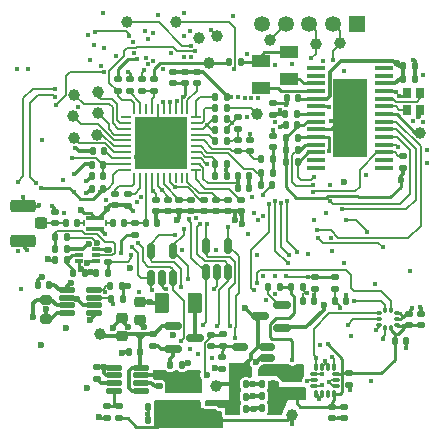
<source format=gbr>
%TF.GenerationSoftware,KiCad,Pcbnew,9.0.1*%
%TF.CreationDate,2026-02-05T11:07:33+03:00*%
%TF.ProjectId,Flybot_FC,466c7962-6f74-45f4-9643-2e6b69636164,rev?*%
%TF.SameCoordinates,Original*%
%TF.FileFunction,Copper,L4,Bot*%
%TF.FilePolarity,Positive*%
%FSLAX46Y46*%
G04 Gerber Fmt 4.6, Leading zero omitted, Abs format (unit mm)*
G04 Created by KiCad (PCBNEW 9.0.1) date 2026-02-05 11:07:33*
%MOMM*%
%LPD*%
G01*
G04 APERTURE LIST*
G04 Aperture macros list*
%AMRoundRect*
0 Rectangle with rounded corners*
0 $1 Rounding radius*
0 $2 $3 $4 $5 $6 $7 $8 $9 X,Y pos of 4 corners*
0 Add a 4 corners polygon primitive as box body*
4,1,4,$2,$3,$4,$5,$6,$7,$8,$9,$2,$3,0*
0 Add four circle primitives for the rounded corners*
1,1,$1+$1,$2,$3*
1,1,$1+$1,$4,$5*
1,1,$1+$1,$6,$7*
1,1,$1+$1,$8,$9*
0 Add four rect primitives between the rounded corners*
20,1,$1+$1,$2,$3,$4,$5,0*
20,1,$1+$1,$4,$5,$6,$7,0*
20,1,$1+$1,$6,$7,$8,$9,0*
20,1,$1+$1,$8,$9,$2,$3,0*%
G04 Aperture macros list end*
%TA.AperFunction,SMDPad,CuDef*%
%ADD10C,1.000000*%
%TD*%
%TA.AperFunction,SMDPad,CuDef*%
%ADD11R,4.500000X4.500000*%
%TD*%
%TA.AperFunction,SMDPad,CuDef*%
%ADD12RoundRect,0.062500X-0.062500X0.350000X-0.062500X-0.350000X0.062500X-0.350000X0.062500X0.350000X0*%
%TD*%
%TA.AperFunction,SMDPad,CuDef*%
%ADD13RoundRect,0.062500X-0.350000X0.062500X-0.350000X-0.062500X0.350000X-0.062500X0.350000X0.062500X0*%
%TD*%
%TA.AperFunction,SMDPad,CuDef*%
%ADD14RoundRect,0.150000X0.587500X0.150000X-0.587500X0.150000X-0.587500X-0.150000X0.587500X-0.150000X0*%
%TD*%
%TA.AperFunction,SMDPad,CuDef*%
%ADD15RoundRect,0.150000X0.512500X0.150000X-0.512500X0.150000X-0.512500X-0.150000X0.512500X-0.150000X0*%
%TD*%
%TA.AperFunction,ComponentPad*%
%ADD16R,1.350000X1.350000*%
%TD*%
%TA.AperFunction,ComponentPad*%
%ADD17C,1.350000*%
%TD*%
%TA.AperFunction,SMDPad,CuDef*%
%ADD18RoundRect,0.087500X-0.087500X0.225000X-0.087500X-0.225000X0.087500X-0.225000X0.087500X0.225000X0*%
%TD*%
%TA.AperFunction,SMDPad,CuDef*%
%ADD19RoundRect,0.087500X-0.225000X0.087500X-0.225000X-0.087500X0.225000X-0.087500X0.225000X0.087500X0*%
%TD*%
%TA.AperFunction,SMDPad,CuDef*%
%ADD20RoundRect,0.140000X-0.140000X-0.170000X0.140000X-0.170000X0.140000X0.170000X-0.140000X0.170000X0*%
%TD*%
%TA.AperFunction,SMDPad,CuDef*%
%ADD21RoundRect,0.140000X-0.170000X0.140000X-0.170000X-0.140000X0.170000X-0.140000X0.170000X0.140000X0*%
%TD*%
%TA.AperFunction,SMDPad,CuDef*%
%ADD22RoundRect,0.135000X0.135000X0.185000X-0.135000X0.185000X-0.135000X-0.185000X0.135000X-0.185000X0*%
%TD*%
%TA.AperFunction,SMDPad,CuDef*%
%ADD23RoundRect,0.135000X-0.135000X-0.185000X0.135000X-0.185000X0.135000X0.185000X-0.135000X0.185000X0*%
%TD*%
%TA.AperFunction,SMDPad,CuDef*%
%ADD24RoundRect,0.250000X0.375000X0.625000X-0.375000X0.625000X-0.375000X-0.625000X0.375000X-0.625000X0*%
%TD*%
%TA.AperFunction,SMDPad,CuDef*%
%ADD25RoundRect,0.140000X0.140000X0.170000X-0.140000X0.170000X-0.140000X-0.170000X0.140000X-0.170000X0*%
%TD*%
%TA.AperFunction,SMDPad,CuDef*%
%ADD26R,1.600000X0.300000*%
%TD*%
%TA.AperFunction,SMDPad,CuDef*%
%ADD27R,0.250000X0.500000*%
%TD*%
%TA.AperFunction,SMDPad,CuDef*%
%ADD28RoundRect,0.135000X-0.185000X0.135000X-0.185000X-0.135000X0.185000X-0.135000X0.185000X0.135000X0*%
%TD*%
%TA.AperFunction,SMDPad,CuDef*%
%ADD29RoundRect,0.250000X0.275000X0.250000X-0.275000X0.250000X-0.275000X-0.250000X0.275000X-0.250000X0*%
%TD*%
%TA.AperFunction,SMDPad,CuDef*%
%ADD30RoundRect,0.250000X0.850000X0.275000X-0.850000X0.275000X-0.850000X-0.275000X0.850000X-0.275000X0*%
%TD*%
%TA.AperFunction,SMDPad,CuDef*%
%ADD31RoundRect,0.135000X0.185000X-0.135000X0.185000X0.135000X-0.185000X0.135000X-0.185000X-0.135000X0*%
%TD*%
%TA.AperFunction,SMDPad,CuDef*%
%ADD32RoundRect,0.140000X0.170000X-0.140000X0.170000X0.140000X-0.170000X0.140000X-0.170000X-0.140000X0*%
%TD*%
%TA.AperFunction,SMDPad,CuDef*%
%ADD33RoundRect,0.150000X0.150000X-0.512500X0.150000X0.512500X-0.150000X0.512500X-0.150000X-0.512500X0*%
%TD*%
%TA.AperFunction,SMDPad,CuDef*%
%ADD34RoundRect,0.051250X0.688750X0.153750X-0.688750X0.153750X-0.688750X-0.153750X0.688750X-0.153750X0*%
%TD*%
%TA.AperFunction,SMDPad,CuDef*%
%ADD35R,2.850000X6.700000*%
%TD*%
%TA.AperFunction,SMDPad,CuDef*%
%ADD36R,1.600000X1.000000*%
%TD*%
%TA.AperFunction,SMDPad,CuDef*%
%ADD37RoundRect,0.147500X-0.147500X-0.172500X0.147500X-0.172500X0.147500X0.172500X-0.147500X0.172500X0*%
%TD*%
%TA.AperFunction,SMDPad,CuDef*%
%ADD38RoundRect,0.200000X0.275000X-0.200000X0.275000X0.200000X-0.275000X0.200000X-0.275000X-0.200000X0*%
%TD*%
%TA.AperFunction,SMDPad,CuDef*%
%ADD39RoundRect,0.150000X-0.587500X-0.150000X0.587500X-0.150000X0.587500X0.150000X-0.587500X0.150000X0*%
%TD*%
%TA.AperFunction,SMDPad,CuDef*%
%ADD40RoundRect,0.147500X0.147500X0.172500X-0.147500X0.172500X-0.147500X-0.172500X0.147500X-0.172500X0*%
%TD*%
%TA.AperFunction,SMDPad,CuDef*%
%ADD41RoundRect,0.125000X-0.537500X-0.125000X0.537500X-0.125000X0.537500X0.125000X-0.537500X0.125000X0*%
%TD*%
%TA.AperFunction,SMDPad,CuDef*%
%ADD42RoundRect,0.147500X-0.172500X0.147500X-0.172500X-0.147500X0.172500X-0.147500X0.172500X0.147500X0*%
%TD*%
%TA.AperFunction,SMDPad,CuDef*%
%ADD43RoundRect,0.137500X-0.662500X0.137500X-0.662500X-0.137500X0.662500X-0.137500X0.662500X0.137500X0*%
%TD*%
%TA.AperFunction,SMDPad,CuDef*%
%ADD44RoundRect,0.225000X0.250000X-0.225000X0.250000X0.225000X-0.250000X0.225000X-0.250000X-0.225000X0*%
%TD*%
%TA.AperFunction,SMDPad,CuDef*%
%ADD45RoundRect,0.087500X-0.250000X-0.087500X0.250000X-0.087500X0.250000X0.087500X-0.250000X0.087500X0*%
%TD*%
%TA.AperFunction,SMDPad,CuDef*%
%ADD46R,0.800000X0.900000*%
%TD*%
%TA.AperFunction,SMDPad,CuDef*%
%ADD47RoundRect,0.087500X0.087500X-0.125000X0.087500X0.125000X-0.087500X0.125000X-0.087500X-0.125000X0*%
%TD*%
%TA.AperFunction,SMDPad,CuDef*%
%ADD48RoundRect,0.087500X0.125000X-0.087500X0.125000X0.087500X-0.125000X0.087500X-0.125000X-0.087500X0*%
%TD*%
%TA.AperFunction,SMDPad,CuDef*%
%ADD49RoundRect,0.218750X-0.256250X0.218750X-0.256250X-0.218750X0.256250X-0.218750X0.256250X0.218750X0*%
%TD*%
%TA.AperFunction,SMDPad,CuDef*%
%ADD50RoundRect,0.096250X-0.248750X0.096250X-0.248750X-0.096250X0.248750X-0.096250X0.248750X0.096250X0*%
%TD*%
%TA.AperFunction,SMDPad,CuDef*%
%ADD51RoundRect,0.172500X-0.172500X0.345000X-0.172500X-0.345000X0.172500X-0.345000X0.172500X0.345000X0*%
%TD*%
%TA.AperFunction,SMDPad,CuDef*%
%ADD52RoundRect,0.250000X-1.075000X0.375000X-1.075000X-0.375000X1.075000X-0.375000X1.075000X0.375000X0*%
%TD*%
%TA.AperFunction,SMDPad,CuDef*%
%ADD53RoundRect,0.147500X0.172500X-0.147500X0.172500X0.147500X-0.172500X0.147500X-0.172500X-0.147500X0*%
%TD*%
%TA.AperFunction,ViaPad*%
%ADD54C,0.400000*%
%TD*%
%TA.AperFunction,ViaPad*%
%ADD55C,0.600000*%
%TD*%
%TA.AperFunction,Conductor*%
%ADD56C,0.200000*%
%TD*%
%TA.AperFunction,Conductor*%
%ADD57C,0.350000*%
%TD*%
%TA.AperFunction,Conductor*%
%ADD58C,0.254000*%
%TD*%
G04 APERTURE END LIST*
D10*
%TO.P,TP4,1,1*%
%TO.N,/MAX7456_OSD/DATA.OUT*%
X133690000Y-84100000D03*
%TD*%
D11*
%TO.P,U3,41,EPAD*%
%TO.N,GND*%
X129605000Y-90905000D03*
D12*
%TO.P,U3,1,XCEN*%
%TO.N,/ML5805_VTX/VTX.XCEN*%
X127355000Y-87967500D03*
%TO.P,U3,2,RXON*%
%TO.N,Net-(U3-RXON)*%
X127855000Y-87967500D03*
%TO.P,U3,3,SW_CTRL_P*%
%TO.N,unconnected-(U3-SW_CTRL_P-Pad3)*%
X128355000Y-87967500D03*
%TO.P,U3,4,DIN*%
%TO.N,Net-(U3-DIN)*%
X128855000Y-87967500D03*
%TO.P,U3,5,VSSD*%
%TO.N,GND*%
X129355000Y-87967500D03*
%TO.P,U3,6,EN*%
%TO.N,/ML5805_VTX/VTX.CS*%
X129855000Y-87967500D03*
%TO.P,U3,7,DATA*%
%TO.N,/ML5805_VTX/VTX.SDO*%
X130355000Y-87967500D03*
%TO.P,U3,8,CLK*%
%TO.N,/ML5805_VTX/VTX.CLK*%
X130855000Y-87967500D03*
%TO.P,U3,9,VDD*%
%TO.N,+3V3*%
X131355000Y-87967500D03*
%TO.P,U3,10,VREG_1P8*%
%TO.N,Net-(U3-VREG_1P8)*%
X131855000Y-87967500D03*
D13*
%TO.P,U3,11,VBG_1P8*%
%TO.N,Net-(U3-VBG_1P8)*%
X132542500Y-88655000D03*
%TO.P,U3,12,FREF*%
%TO.N,Net-(U3-FREF)*%
X132542500Y-89155000D03*
%TO.P,U3,13,VCCSYN*%
%TO.N,Net-(U3-VCCSYN)*%
X132542500Y-89655000D03*
%TO.P,U3,14,PLL_SW*%
%TO.N,Net-(U3-PLL_SW)*%
X132542500Y-90155000D03*
%TO.P,U3,15,QPO*%
%TO.N,Net-(U3-QPO)*%
X132542500Y-90655000D03*
%TO.P,U3,16,VTUNE*%
%TO.N,Net-(U3-VTUNE)*%
X132542500Y-91155000D03*
%TO.P,U3,17,VREGVCO*%
%TO.N,Net-(U3-VREGVCO)*%
X132542500Y-91655000D03*
%TO.P,U3,18,VREGPLL*%
%TO.N,Net-(U3-VCCSYN)*%
X132542500Y-92155000D03*
%TO.P,U3,19,VCCPLL*%
%TO.N,+3V3*%
X132542500Y-92655000D03*
%TO.P,U3,20,VBG_VCO*%
%TO.N,Net-(U3-VBG_VCO)*%
X132542500Y-93155000D03*
D12*
%TO.P,U3,21,VREGLNA*%
%TO.N,Net-(U3-VREGLNA)*%
X131855000Y-93842500D03*
%TO.P,U3,22,RXIN*%
%TO.N,unconnected-(U3-RXIN-Pad22)*%
X131355000Y-93842500D03*
%TO.P,U3,23,RXIP*%
%TO.N,unconnected-(U3-RXIP-Pad23)*%
X130855000Y-93842500D03*
%TO.P,U3,24,VREGRX*%
%TO.N,Net-(U3-VREGRX)*%
X130355000Y-93842500D03*
%TO.P,U3,25,VBG_RF*%
%TO.N,Net-(U3-VBG_RF)*%
X129855000Y-93842500D03*
%TO.P,U3,26,VREGTX*%
%TO.N,Net-(U3-VREGRX)*%
X129355000Y-93842500D03*
%TO.P,U3,27,VCCA*%
%TO.N,+3V3*%
X128855000Y-93842500D03*
%TO.P,U3,28,TXO*%
%TO.N,Net-(U3-TXO)*%
X128355000Y-93842500D03*
%TO.P,U3,29,ISET*%
%TO.N,Net-(U3-ISET)*%
X127855000Y-93842500D03*
%TO.P,U3,30,VBG_PA*%
%TO.N,Net-(U3-VBG_PA)*%
X127355000Y-93842500D03*
D13*
%TO.P,U3,31,VCC_PA*%
%TO.N,+3V3*%
X126667500Y-93155000D03*
%TO.P,U3,32,VREGPA*%
%TO.N,/ML5805_VTX/VREGPA*%
X126667500Y-92655000D03*
%TO.P,U3,33,VREGIF*%
%TO.N,Net-(U3-VREGIF)*%
X126667500Y-92155000D03*
%TO.P,U3,34,TPI*%
%TO.N,Net-(U3-TPI)*%
X126667500Y-91655000D03*
%TO.P,U3,35,TPQ*%
%TO.N,Net-(U3-TPQ)*%
X126667500Y-91155000D03*
%TO.P,U3,36,RSSI*%
%TO.N,Net-(U3-RSSI)*%
X126667500Y-90655000D03*
%TO.P,U3,37,AOUT*%
%TO.N,Net-(U3-AOUT)*%
X126667500Y-90155000D03*
%TO.P,U3,38,DOUT*%
%TO.N,Net-(U3-DOUT)*%
X126667500Y-89655000D03*
%TO.P,U3,39,DATASEL*%
%TO.N,Net-(U3-DATASEL)*%
X126667500Y-89155000D03*
%TO.P,U3,40,SW_CNTRL__N*%
%TO.N,unconnected-(U3-SW_CNTRL__N-Pad40)*%
X126667500Y-88655000D03*
%TD*%
D14*
%TO.P,Q4,1,G*%
%TO.N,Net-(Q4-G)*%
X139847500Y-104600000D03*
%TO.P,Q4,2,S*%
%TO.N,VBUS*%
X139847500Y-106500000D03*
%TO.P,Q4,3,D*%
%TO.N,+5V*%
X137972500Y-105550000D03*
%TD*%
D15*
%TO.P,U10,1,EN*%
%TO.N,+5V*%
X138607500Y-108110000D03*
%TO.P,U10,2,GND*%
%TO.N,GND*%
X138607500Y-109060000D03*
%TO.P,U10,3,LX*%
%TO.N,Net-(U10-LX)*%
X138607500Y-110010000D03*
%TO.P,U10,4,VIN*%
%TO.N,+5V*%
X136332500Y-110010000D03*
%TO.P,U10,5,FB*%
%TO.N,Net-(U10-FB)*%
X136332500Y-108110000D03*
%TD*%
D16*
%TO.P,J2,1,Pin_1*%
%TO.N,+3V3*%
X146190000Y-80830000D03*
D17*
%TO.P,J2,2,Pin_2*%
%TO.N,/STM32F722VC_MCU/SWDIO*%
X144190000Y-80830000D03*
%TO.P,J2,3,Pin_3*%
%TO.N,/STM32F722VC_MCU/SWDCLK*%
X142190000Y-80830000D03*
%TO.P,J2,4,Pin_4*%
%TO.N,/STM32F722VC_MCU/NRST*%
X140190000Y-80830000D03*
%TO.P,J2,5,Pin_5*%
%TO.N,GND*%
X138190000Y-80830000D03*
%TD*%
D18*
%TO.P,U7,1,AP_SDO*%
%TO.N,/MISO*%
X142760000Y-109807500D03*
%TO.P,U7,2,RESV*%
%TO.N,GND*%
X143260000Y-109807500D03*
%TO.P,U7,3,RESV*%
X143760000Y-109807500D03*
%TO.P,U7,4,INT1*%
%TO.N,/LSM6DSOX_IMU/IMU2_INT*%
X144260000Y-109807500D03*
D19*
%TO.P,U7,5,VDDIO*%
%TO.N,+3V3*%
X144422500Y-110470000D03*
%TO.P,U7,6,GND*%
%TO.N,GND*%
X144422500Y-110970000D03*
%TO.P,U7,7,RESV*%
X144422500Y-111470000D03*
D18*
%TO.P,U7,8,VDD*%
%TO.N,+3V3*%
X144260000Y-112132500D03*
%TO.P,U7,9,INT2*%
%TO.N,unconnected-(U7-INT2-Pad9)*%
X143760000Y-112132500D03*
%TO.P,U7,10,RESV*%
%TO.N,GND*%
X143260000Y-112132500D03*
%TO.P,U7,11,RESV*%
X142760000Y-112132500D03*
D19*
%TO.P,U7,12,AP_CS*%
%TO.N,/LSM6DSOX_IMU/IMU2.CS*%
X142597500Y-111470000D03*
%TO.P,U7,13,AP_SCLK*%
%TO.N,/SCLK*%
X142597500Y-110970000D03*
%TO.P,U7,14,AP_SDI*%
%TO.N,/MOSI*%
X142597500Y-110470000D03*
%TD*%
D20*
%TO.P,C63,1*%
%TO.N,+3V3*%
X149425000Y-107607500D03*
%TO.P,C63,2*%
%TO.N,GND*%
X150385000Y-107607500D03*
%TD*%
D10*
%TO.P,TP7,1,1*%
%TO.N,Net-(U3-TPQ)*%
X124212500Y-90185000D03*
%TD*%
D21*
%TO.P,C53,1*%
%TO.N,Net-(U3-VBG_PA)*%
X125762500Y-95185000D03*
%TO.P,C53,2*%
%TO.N,GND*%
X125762500Y-96145000D03*
%TD*%
D22*
%TO.P,R12,1*%
%TO.N,Net-(C24-Pad2)*%
X136410000Y-84020000D03*
%TO.P,R12,2*%
%TO.N,/MAX7456_OSD/DATA.OUT*%
X135390000Y-84020000D03*
%TD*%
D23*
%TO.P,R31,1*%
%TO.N,Net-(Q1A-G)*%
X122140000Y-101900000D03*
%TO.P,R31,2*%
%TO.N,GND*%
X123160000Y-101900000D03*
%TD*%
D24*
%TO.P,TH1,1*%
%TO.N,Net-(Q3-D)*%
X132527500Y-104452500D03*
%TO.P,TH1,2*%
%TO.N,Batt+*%
X129727500Y-104452500D03*
%TD*%
D22*
%TO.P,R18,1*%
%TO.N,Net-(C36-Pad2)*%
X135210000Y-90690000D03*
%TO.P,R18,2*%
%TO.N,Net-(U3-PLL_SW)*%
X134190000Y-90690000D03*
%TD*%
D25*
%TO.P,C81,1*%
%TO.N,+3V3*%
X139087500Y-113320000D03*
%TO.P,C81,2*%
%TO.N,GND*%
X138127500Y-113320000D03*
%TD*%
D10*
%TO.P,TP6,1,1*%
%TO.N,Net-(U3-TPI)*%
X122212500Y-90415000D03*
%TD*%
D26*
%TO.P,X1,1,GND*%
%TO.N,GND*%
X124030000Y-98135000D03*
D27*
%TO.P,X1,2,IN*%
%TO.N,Net-(X1-IN)*%
X124955000Y-97660000D03*
D26*
%TO.P,X1,3,GND*%
%TO.N,GND*%
X124030000Y-97185000D03*
D27*
%TO.P,X1,4,OUT*%
%TO.N,Net-(X1-OUT)*%
X123105000Y-97660000D03*
%TD*%
D28*
%TO.P,R22,1*%
%TO.N,+3V3*%
X144350000Y-102240000D03*
%TO.P,R22,2*%
%TO.N,/ExposedPeripherals/SDA*%
X144350000Y-103260000D03*
%TD*%
D21*
%TO.P,C37,1*%
%TO.N,Net-(U3-VBG_VCO)*%
X136422500Y-95695000D03*
%TO.P,C37,2*%
%TO.N,GND*%
X136422500Y-96655000D03*
%TD*%
D28*
%TO.P,R37,1*%
%TO.N,Net-(U9-FB)*%
X125030000Y-113130000D03*
%TO.P,R37,2*%
%TO.N,GND*%
X125030000Y-114150000D03*
%TD*%
D20*
%TO.P,C20,1*%
%TO.N,+5V*%
X150130000Y-85420000D03*
%TO.P,C20,2*%
%TO.N,GND*%
X151090000Y-85420000D03*
%TD*%
D21*
%TO.P,C52,1*%
%TO.N,Net-(U3-VREGLNA)*%
X135292500Y-95695000D03*
%TO.P,C52,2*%
%TO.N,GND*%
X135292500Y-96655000D03*
%TD*%
D20*
%TO.P,C47,1*%
%TO.N,+3V3*%
X136146500Y-93705000D03*
%TO.P,C47,2*%
%TO.N,GND*%
X137106500Y-93705000D03*
%TD*%
D22*
%TO.P,R20,1*%
%TO.N,Net-(C41-Pad1)*%
X139072500Y-92235000D03*
%TO.P,R20,2*%
%TO.N,Net-(U3-QPO)*%
X138052500Y-92235000D03*
%TD*%
D29*
%TO.P,AE1,1,A*%
%TO.N,Net-(AE1-A)*%
X119500000Y-97660000D03*
D30*
%TO.P,AE1,2,Shield*%
%TO.N,GND*%
X117975000Y-99135000D03*
X117975000Y-96185000D03*
%TD*%
D28*
%TO.P,R41,1*%
%TO.N,Net-(U10-FB)*%
X134762500Y-108990000D03*
%TO.P,R41,2*%
%TO.N,GND*%
X134762500Y-110010000D03*
%TD*%
D31*
%TO.P,R17,1*%
%TO.N,GND*%
X126792500Y-96185000D03*
%TO.P,R17,2*%
%TO.N,Net-(U3-ISET)*%
X126792500Y-95165000D03*
%TD*%
D32*
%TO.P,C41,1*%
%TO.N,Net-(C41-Pad1)*%
X139062500Y-91245000D03*
%TO.P,C41,2*%
%TO.N,GND*%
X139062500Y-90285000D03*
%TD*%
D22*
%TO.P,R26,1*%
%TO.N,+3V3*%
X126350000Y-103020000D03*
%TO.P,R26,2*%
%TO.N,/Battery_Monitoring/Sense.SCL*%
X125330000Y-103020000D03*
%TD*%
D25*
%TO.P,C22,1*%
%TO.N,+5V*%
X141247000Y-87085000D03*
%TO.P,C22,2*%
%TO.N,GND*%
X140287000Y-87085000D03*
%TD*%
D10*
%TO.P,TP11,1,1*%
%TO.N,Net-(C35-Pad2)*%
X137710000Y-88400000D03*
%TD*%
%TO.P,TP1,1,1*%
%TO.N,/STM32F722VC_MCU/SWDIO*%
X144760000Y-82440000D03*
%TD*%
D33*
%TO.P,D5,1,K*%
%TO.N,/ExposedPeripherals/ELRS.USART2.TX*%
X130640000Y-102315000D03*
%TO.P,D5,2,A*%
%TO.N,GND*%
X129690000Y-102315000D03*
%TO.P,D5,3,K*%
%TO.N,/ExposedPeripherals/ELRS.USART2.RX*%
X128740000Y-102315000D03*
%TO.P,D5,4,K*%
%TO.N,/ExposedPeripherals/CAN1.TX*%
X128740000Y-100040000D03*
%TO.P,D5,5,K*%
%TO.N,/ExposedPeripherals/CAN1.RX*%
X130640000Y-100040000D03*
%TD*%
D22*
%TO.P,R33,1*%
%TO.N,/Battery_Monitoring/V.BAT*%
X125170000Y-101860000D03*
%TO.P,R33,2*%
%TO.N,GND*%
X124150000Y-101860000D03*
%TD*%
D28*
%TO.P,R40,1*%
%TO.N,+3V3*%
X134840000Y-107040000D03*
%TO.P,R40,2*%
%TO.N,Net-(U10-FB)*%
X134840000Y-108060000D03*
%TD*%
D22*
%TO.P,R25,1*%
%TO.N,+3V3*%
X126370000Y-104040000D03*
%TO.P,R25,2*%
%TO.N,/Battery_Monitoring/Sense.SDA*%
X125350000Y-104040000D03*
%TD*%
D10*
%TO.P,TP9,1,1*%
%TO.N,Net-(U3-AOUT)*%
X124272500Y-88335000D03*
%TD*%
D20*
%TO.P,C44,1*%
%TO.N,Net-(U3-VCCSYN)*%
X134220000Y-88830000D03*
%TO.P,C44,2*%
%TO.N,GND*%
X135180000Y-88830000D03*
%TD*%
%TO.P,C39,1*%
%TO.N,Net-(U3-VBG_1P8)*%
X134220000Y-86970000D03*
%TO.P,C39,2*%
%TO.N,GND*%
X135180000Y-86970000D03*
%TD*%
D23*
%TO.P,R8,1*%
%TO.N,+5V*%
X140187000Y-91435000D03*
%TO.P,R8,2*%
%TO.N,/MAX7456_OSD/~{HSYNC}*%
X141207000Y-91435000D03*
%TD*%
D28*
%TO.P,R15,1*%
%TO.N,GND*%
X126952500Y-85465000D03*
%TO.P,R15,2*%
%TO.N,Net-(U3-RXON)*%
X126952500Y-86485000D03*
%TD*%
D32*
%TO.P,C64,1*%
%TO.N,+3V3*%
X150615000Y-106297500D03*
%TO.P,C64,2*%
%TO.N,GND*%
X150615000Y-105337500D03*
%TD*%
D10*
%TO.P,TP10,1,1*%
%TO.N,Net-(U3-DOUT)*%
X122282500Y-86795000D03*
%TD*%
D23*
%TO.P,R11,1*%
%TO.N,+5V*%
X140187000Y-90415000D03*
%TO.P,R11,2*%
%TO.N,/MAX7456_OSD/OSD.~{RESET}*%
X141207000Y-90415000D03*
%TD*%
D25*
%TO.P,C83,1*%
%TO.N,+3V3*%
X139087500Y-112310000D03*
%TO.P,C83,2*%
%TO.N,GND*%
X138127500Y-112310000D03*
%TD*%
D34*
%TO.P,U2,1,NC*%
%TO.N,unconnected-(U2-NC-Pad1)*%
X148525000Y-84525000D03*
%TO.P,U2,2,NC*%
%TO.N,unconnected-(U2-NC-Pad2)*%
X148525000Y-85175000D03*
%TO.P,U2,3,DVDD*%
%TO.N,+5V*%
X148525000Y-85825000D03*
%TO.P,U2,4,DGND*%
%TO.N,GND*%
X148525000Y-86475000D03*
%TO.P,U2,5,CLKIN*%
%TO.N,Net-(U2-CLKIN)*%
X148525000Y-87125000D03*
%TO.P,U2,6,XFB*%
%TO.N,Net-(U2-XFB)*%
X148525000Y-87775000D03*
%TO.P,U2,7,CLKOUT*%
%TO.N,Net-(U2-CLKOUT)*%
X148525000Y-88425000D03*
%TO.P,U2,8,~{CS}*%
%TO.N,/MAX7456_OSD/OSD.~{CS}*%
X148525000Y-89075000D03*
%TO.P,U2,9,SDIN*%
%TO.N,/MAX7456_OSD/OSD.MOSI*%
X148525000Y-89725000D03*
%TO.P,U2,10,SCLK*%
%TO.N,/MAX7456_OSD/0SD.SCLK*%
X148525000Y-90375000D03*
%TO.P,U2,11,SDOUT*%
%TO.N,/MAX7456_OSD/OSD.MISO*%
X148525000Y-91025000D03*
%TO.P,U2,12,LOS*%
%TO.N,/MAX7456_OSD/LOS*%
X148525000Y-91675000D03*
%TO.P,U2,13,NC*%
%TO.N,unconnected-(U2-NC-Pad13)*%
X148525000Y-92325000D03*
%TO.P,U2,14,NC*%
%TO.N,unconnected-(U2-NC-Pad14)*%
X148525000Y-92975000D03*
%TO.P,U2,15,NC*%
%TO.N,unconnected-(U2-NC-Pad15)*%
X142775000Y-92975000D03*
%TO.P,U2,16,NC*%
%TO.N,unconnected-(U2-NC-Pad16)*%
X142775000Y-92325000D03*
%TO.P,U2,17,~{VSYNC}*%
%TO.N,/MAX7456_OSD/~{VSYNC}*%
X142775000Y-91675000D03*
%TO.P,U2,18,~{HSYNC}*%
%TO.N,/MAX7456_OSD/~{HSYNC}*%
X142775000Y-91025000D03*
%TO.P,U2,19,~{RESET}*%
%TO.N,/MAX7456_OSD/OSD.~{RESET}*%
X142775000Y-90375000D03*
%TO.P,U2,20,AGND*%
%TO.N,GND*%
X142775000Y-89725000D03*
%TO.P,U2,21,AVDD*%
%TO.N,+5V*%
X142775000Y-89075000D03*
%TO.P,U2,22,VIN*%
%TO.N,Net-(U2-VIN)*%
X142775000Y-88425000D03*
%TO.P,U2,23,PGND*%
%TO.N,GND*%
X142775000Y-87775000D03*
%TO.P,U2,24,PVDD*%
%TO.N,+5V*%
X142775000Y-87125000D03*
%TO.P,U2,25,SAG*%
%TO.N,Net-(U2-SAG)*%
X142775000Y-86475000D03*
%TO.P,U2,26,VOUT*%
%TO.N,Net-(U2-VOUT)*%
X142775000Y-85825000D03*
%TO.P,U2,27,NC*%
%TO.N,unconnected-(U2-NC-Pad27)*%
X142775000Y-85175000D03*
%TO.P,U2,28,NC*%
%TO.N,unconnected-(U2-NC-Pad28)*%
X142775000Y-84525000D03*
D35*
%TO.P,U2,29,EP*%
%TO.N,GND*%
X145650000Y-88750000D03*
%TD*%
D28*
%TO.P,R30,1*%
%TO.N,Net-(Q1B-S)*%
X125150000Y-99900000D03*
%TO.P,R30,2*%
%TO.N,/Battery_Monitoring/V.BAT*%
X125150000Y-100920000D03*
%TD*%
D32*
%TO.P,C34,1*%
%TO.N,Net-(U3-DIN)*%
X128002500Y-86455000D03*
%TO.P,C34,2*%
%TO.N,GND*%
X128002500Y-85495000D03*
%TD*%
D25*
%TO.P,C46,1*%
%TO.N,Net-(U3-VREGIF)*%
X124782500Y-91575000D03*
%TO.P,C46,2*%
%TO.N,GND*%
X123822500Y-91575000D03*
%TD*%
D21*
%TO.P,C51,1*%
%TO.N,Net-(U3-VREGLNA)*%
X134262500Y-95695000D03*
%TO.P,C51,2*%
%TO.N,GND*%
X134262500Y-96655000D03*
%TD*%
D23*
%TO.P,R9,1*%
%TO.N,+5V*%
X140187000Y-92475000D03*
%TO.P,R9,2*%
%TO.N,/MAX7456_OSD/~{VSYNC}*%
X141207000Y-92475000D03*
%TD*%
D10*
%TO.P,TP22,1,1*%
%TO.N,Net-(U1-PD5)*%
X134350000Y-81820000D03*
%TD*%
D32*
%TO.P,C36,1*%
%TO.N,Net-(U3-QPO)*%
X136150000Y-91550000D03*
%TO.P,C36,2*%
%TO.N,Net-(C36-Pad2)*%
X136150000Y-90590000D03*
%TD*%
%TO.P,C27,1*%
%TO.N,+3V3*%
X131652500Y-85825000D03*
%TO.P,C27,2*%
%TO.N,GND*%
X131652500Y-84865000D03*
%TD*%
D10*
%TO.P,TP8,1,1*%
%TO.N,Net-(U3-RSSI)*%
X122182500Y-88585000D03*
%TD*%
D25*
%TO.P,C55,1*%
%TO.N,/ML5805_VTX/VREGPA*%
X124702500Y-93685000D03*
%TO.P,C55,2*%
%TO.N,GND*%
X123742500Y-93685000D03*
%TD*%
D36*
%TO.P,C24,1*%
%TO.N,Net-(U2-VOUT)*%
X140440000Y-85421000D03*
%TO.P,C24,2*%
%TO.N,Net-(C24-Pad2)*%
X140440000Y-83197000D03*
%TD*%
D37*
%TO.P,D4,1,A1*%
%TO.N,/ExposedPeripherals/SDA*%
X144330000Y-104250000D03*
%TO.P,D4,2,A2*%
%TO.N,GND*%
X145300000Y-104250000D03*
%TD*%
D38*
%TO.P,R29,1*%
%TO.N,Net-(J5-Pin_1)*%
X119860000Y-105785000D03*
%TO.P,R29,2*%
%TO.N,Batt+*%
X119860000Y-104135000D03*
%TD*%
D10*
%TO.P,TP26,1,1*%
%TO.N,+5V*%
X134290000Y-111440000D03*
%TD*%
D25*
%TO.P,C31,1*%
%TO.N,Net-(U3-TXO)*%
X126507500Y-97665000D03*
%TO.P,C31,2*%
%TO.N,Net-(X1-IN)*%
X125547500Y-97665000D03*
%TD*%
D28*
%TO.P,R14,1*%
%TO.N,+3V3*%
X125952500Y-85455000D03*
%TO.P,R14,2*%
%TO.N,/ML5805_VTX/VTX.XCEN*%
X125952500Y-86475000D03*
%TD*%
D39*
%TO.P,Q3,1,G*%
%TO.N,Net-(D9-A)*%
X130592500Y-108302500D03*
%TO.P,Q3,2,S*%
%TO.N,Net-(D9-K)*%
X130592500Y-106402500D03*
%TO.P,Q3,3,D*%
%TO.N,Net-(Q3-D)*%
X132467500Y-107352500D03*
%TD*%
D10*
%TO.P,TP12,1,1*%
%TO.N,Net-(U3-DATASEL)*%
X124322500Y-86555000D03*
%TD*%
D20*
%TO.P,C77,1*%
%TO.N,+5V*%
X135852500Y-113410000D03*
%TO.P,C77,2*%
%TO.N,GND*%
X136812500Y-113410000D03*
%TD*%
D36*
%TO.P,C25,1*%
%TO.N,Net-(U2-SAG)*%
X138050000Y-86191000D03*
%TO.P,C25,2*%
%TO.N,Net-(C24-Pad2)*%
X138050000Y-83967000D03*
%TD*%
D20*
%TO.P,C57,1*%
%TO.N,Net-(U3-VREGVCO)*%
X134220000Y-92675000D03*
%TO.P,C57,2*%
%TO.N,GND*%
X135180000Y-92675000D03*
%TD*%
%TO.P,C43,1*%
%TO.N,Net-(U3-VREGVCO)*%
X134220000Y-93705000D03*
%TO.P,C43,2*%
%TO.N,GND*%
X135180000Y-93705000D03*
%TD*%
%TO.P,C48,1*%
%TO.N,+3V3*%
X136146500Y-94725000D03*
%TO.P,C48,2*%
%TO.N,GND*%
X137106500Y-94725000D03*
%TD*%
D25*
%TO.P,C28,1*%
%TO.N,+3V3*%
X124722500Y-94765000D03*
%TO.P,C28,2*%
%TO.N,GND*%
X123762500Y-94765000D03*
%TD*%
D40*
%TO.P,D12,1,A1*%
%TO.N,/ExposedPeripherals/SCL*%
X142587500Y-104240000D03*
%TO.P,D12,2,A2*%
%TO.N,GND*%
X141617500Y-104240000D03*
%TD*%
D31*
%TO.P,R10,1*%
%TO.N,+5V*%
X150100000Y-93030000D03*
%TO.P,R10,2*%
%TO.N,/MAX7456_OSD/LOS*%
X150100000Y-92010000D03*
%TD*%
D21*
%TO.P,C80,1*%
%TO.N,+3V3*%
X133830000Y-107100000D03*
%TO.P,C80,2*%
%TO.N,Net-(U10-FB)*%
X133830000Y-108060000D03*
%TD*%
%TO.P,C38,1*%
%TO.N,Net-(U3-VBG_RF)*%
X132162500Y-95695000D03*
%TO.P,C38,2*%
%TO.N,GND*%
X132162500Y-96655000D03*
%TD*%
D22*
%TO.P,R24,1*%
%TO.N,Batt+*%
X121660000Y-99850000D03*
%TO.P,R24,2*%
%TO.N,Net-(Q1B-G)*%
X120640000Y-99850000D03*
%TD*%
D10*
%TO.P,TP20,1,1*%
%TO.N,Net-(U1-PD3)*%
X130850000Y-80620000D03*
%TD*%
D25*
%TO.P,C75,1*%
%TO.N,Net-(D8-A)*%
X129450000Y-114290000D03*
%TO.P,C75,2*%
%TO.N,GND*%
X128490000Y-114290000D03*
%TD*%
D23*
%TO.P,R38,1*%
%TO.N,Net-(D9-A)*%
X130400000Y-109650000D03*
%TO.P,R38,2*%
%TO.N,GND*%
X131420000Y-109650000D03*
%TD*%
D41*
%TO.P,U9,1,FB*%
%TO.N,Net-(U9-FB)*%
X125675000Y-111850000D03*
%TO.P,U9,2,FS*%
%TO.N,Net-(U9-FS)*%
X125675000Y-111200000D03*
%TO.P,U9,3,PAD*%
%TO.N,GND*%
X125675000Y-110550000D03*
%TO.P,U9,4,GND*%
X125675000Y-109900000D03*
%TO.P,U9,5,VIN*%
%TO.N,Net-(D9-K)*%
X127950000Y-109900000D03*
%TO.P,U9,6,LX*%
%TO.N,Net-(U9-LX)*%
X127950000Y-110550000D03*
%TO.P,U9,7,BST*%
%TO.N,Net-(U9-BST)*%
X127950000Y-111200000D03*
%TO.P,U9,8,EN*%
%TO.N,Net-(D9-K)*%
X127950000Y-111850000D03*
%TD*%
D23*
%TO.P,R19,1*%
%TO.N,Net-(U3-VTUNE)*%
X138062500Y-93375000D03*
%TO.P,R19,2*%
%TO.N,Net-(C41-Pad1)*%
X139082500Y-93375000D03*
%TD*%
D32*
%TO.P,C42,1*%
%TO.N,Net-(U3-QPO)*%
X137150000Y-91550000D03*
%TO.P,C42,2*%
%TO.N,GND*%
X137150000Y-90590000D03*
%TD*%
D10*
%TO.P,TP5,1,1*%
%TO.N,Net-(U2-CLKOUT)*%
X151580000Y-90060000D03*
%TD*%
%TO.P,TP25,1,1*%
%TO.N,Net-(D9-K)*%
X124490000Y-107050000D03*
%TD*%
D23*
%TO.P,R35,1*%
%TO.N,Net-(D8-A)*%
X140640000Y-103040000D03*
%TO.P,R35,2*%
%TO.N,GND*%
X141660000Y-103040000D03*
%TD*%
D42*
%TO.P,D9,1,K*%
%TO.N,Net-(D9-K)*%
X128937500Y-107062500D03*
%TO.P,D9,2,A*%
%TO.N,Net-(D9-A)*%
X128937500Y-108032500D03*
%TD*%
D43*
%TO.P,L5,1,1*%
%TO.N,Net-(U10-LX)*%
X140722500Y-110505000D03*
%TO.P,L5,2,2*%
%TO.N,+3V3*%
X140722500Y-111955000D03*
%TD*%
D44*
%TO.P,C73,1*%
%TO.N,Net-(D9-K)*%
X126350000Y-107245000D03*
%TO.P,C73,2*%
%TO.N,GND*%
X126350000Y-105695000D03*
%TD*%
D25*
%TO.P,C54,1*%
%TO.N,/ML5805_VTX/VREGPA*%
X124710000Y-92750000D03*
%TO.P,C54,2*%
%TO.N,GND*%
X123750000Y-92750000D03*
%TD*%
D21*
%TO.P,C45,1*%
%TO.N,Net-(U3-VBG_RF)*%
X131162500Y-95695000D03*
%TO.P,C45,2*%
%TO.N,GND*%
X131162500Y-96655000D03*
%TD*%
D10*
%TO.P,TP14,1,1*%
%TO.N,Net-(D8-A)*%
X140740000Y-113880000D03*
%TD*%
%TO.P,TP24,1,1*%
%TO.N,Net-(U1-PD7)*%
X126740000Y-80660000D03*
%TD*%
D45*
%TO.P,Q1,1,S*%
%TO.N,GND*%
X122657500Y-100880000D03*
%TO.P,Q1,2,G*%
%TO.N,Net-(Q1A-G)*%
X122657500Y-100380000D03*
%TO.P,Q1,3,D*%
%TO.N,Batt+*%
X122657500Y-99880000D03*
%TO.P,Q1,4,S*%
%TO.N,Net-(Q1B-S)*%
X124082500Y-99880000D03*
%TO.P,Q1,5,G*%
%TO.N,Net-(Q1B-G)*%
X124082500Y-100380000D03*
%TO.P,Q1,6,D*%
%TO.N,Net-(Q1A-D)*%
X124082500Y-100880000D03*
%TD*%
D31*
%TO.P,R13,1*%
%TO.N,/MAX7456_OSD/VIN*%
X139117000Y-88505000D03*
%TO.P,R13,2*%
%TO.N,GND*%
X139117000Y-87485000D03*
%TD*%
D21*
%TO.P,C50,1*%
%TO.N,Net-(U3-VREGRX)*%
X130222500Y-95695000D03*
%TO.P,C50,2*%
%TO.N,GND*%
X130222500Y-96655000D03*
%TD*%
D46*
%TO.P,Y3,1,1*%
%TO.N,Net-(U2-XFB)*%
X150450000Y-88050000D03*
%TO.P,Y3,2,2*%
%TO.N,GND*%
X150450000Y-86650000D03*
%TO.P,Y3,3,3*%
%TO.N,Net-(U2-CLKIN)*%
X151550000Y-86650000D03*
%TO.P,Y3,4,4*%
%TO.N,GND*%
X151550000Y-88050000D03*
%TD*%
D25*
%TO.P,C71,1*%
%TO.N,+3V3*%
X120170000Y-102880000D03*
%TO.P,C71,2*%
%TO.N,GND*%
X119210000Y-102880000D03*
%TD*%
D21*
%TO.P,C68,1*%
%TO.N,+3V3*%
X145100000Y-113220000D03*
%TO.P,C68,2*%
%TO.N,GND*%
X145100000Y-114180000D03*
%TD*%
D10*
%TO.P,TP3,1,1*%
%TO.N,/STM32F722VC_MCU/NRST*%
X138860000Y-82180000D03*
%TD*%
D47*
%TO.P,U5,1,Vdd_IO*%
%TO.N,+3V3*%
X149092500Y-106570000D03*
%TO.P,U5,2,SCL*%
%TO.N,/SCLK*%
X148592500Y-106570000D03*
D48*
%TO.P,U5,3,GND*%
%TO.N,GND*%
X148080000Y-106307500D03*
%TO.P,U5,4,SDA*%
%TO.N,/MOSI*%
X148080000Y-105807500D03*
%TO.P,U5,5,SA0*%
%TO.N,/MISO*%
X148080000Y-105307500D03*
D47*
%TO.P,U5,6,~{CS}*%
%TO.N,/LPS22HBTR_PressureSensor/MEMS2_CS*%
X148592500Y-105045000D03*
%TO.P,U5,7,INT_DRDY*%
%TO.N,/LPS22HBTR_PressureSensor/MEMS2_INT*%
X149092500Y-105045000D03*
D48*
%TO.P,U5,8,GND*%
%TO.N,GND*%
X149605000Y-105307500D03*
%TO.P,U5,9,GND*%
X149605000Y-105807500D03*
%TO.P,U5,10,VDD*%
%TO.N,+3V3*%
X149605000Y-106307500D03*
%TD*%
D31*
%TO.P,R34,1*%
%TO.N,Net-(D8-A)*%
X126080000Y-114150000D03*
%TO.P,R34,2*%
%TO.N,Net-(U9-FB)*%
X126080000Y-113130000D03*
%TD*%
D20*
%TO.P,C40,1*%
%TO.N,Net-(U3-VTUNE)*%
X138082500Y-94395000D03*
%TO.P,C40,2*%
%TO.N,GND*%
X139042500Y-94395000D03*
%TD*%
D23*
%TO.P,R27,1*%
%TO.N,Net-(Q1B-G)*%
X120640000Y-98830000D03*
%TO.P,R27,2*%
%TO.N,Net-(Q1A-D)*%
X121660000Y-98830000D03*
%TD*%
D20*
%TO.P,C21,1*%
%TO.N,+5V*%
X150130000Y-84380000D03*
%TO.P,C21,2*%
%TO.N,GND*%
X151090000Y-84380000D03*
%TD*%
D33*
%TO.P,D6,1,K*%
%TO.N,/ExposedPeripherals/SPARE.UART8.TX*%
X135310000Y-101835000D03*
%TO.P,D6,2,A*%
%TO.N,GND*%
X134360000Y-101835000D03*
%TO.P,D6,3,K*%
%TO.N,/ExposedPeripherals/SPARE.UART8.RX*%
X133410000Y-101835000D03*
%TO.P,D6,4,K*%
%TO.N,/ExposedPeripherals/GPS.UART5.TX*%
X133410000Y-99560000D03*
%TO.P,D6,5,K*%
%TO.N,/ExposedPeripherals/GPS.UART5.RX*%
X135310000Y-99560000D03*
%TD*%
D32*
%TO.P,C72,1*%
%TO.N,Net-(U9-BST)*%
X129430000Y-111470000D03*
%TO.P,C72,2*%
%TO.N,Net-(U9-LX)*%
X129430000Y-110510000D03*
%TD*%
D20*
%TO.P,C33,1*%
%TO.N,Net-(U3-TXO)*%
X128355000Y-97665000D03*
%TO.P,C33,2*%
%TO.N,GND*%
X129315000Y-97665000D03*
%TD*%
D10*
%TO.P,TP2,1,1*%
%TO.N,/STM32F722VC_MCU/SWDCLK*%
X142710000Y-82470000D03*
%TD*%
D20*
%TO.P,C35,1*%
%TO.N,Net-(U3-FREF)*%
X134220000Y-87910000D03*
%TO.P,C35,2*%
%TO.N,Net-(C35-Pad2)*%
X135180000Y-87910000D03*
%TD*%
D25*
%TO.P,C74,1*%
%TO.N,Net-(D9-K)*%
X127880000Y-108610000D03*
%TO.P,C74,2*%
%TO.N,GND*%
X126920000Y-108610000D03*
%TD*%
D21*
%TO.P,C49,1*%
%TO.N,Net-(U3-VREGRX)*%
X133222500Y-95695000D03*
%TO.P,C49,2*%
%TO.N,GND*%
X133222500Y-96655000D03*
%TD*%
D20*
%TO.P,C26,1*%
%TO.N,/MAX7456_OSD/VIN*%
X140136000Y-88403000D03*
%TO.P,C26,2*%
%TO.N,Net-(U2-VIN)*%
X141096000Y-88403000D03*
%TD*%
D25*
%TO.P,C76,1*%
%TO.N,Net-(D8-A)*%
X129440000Y-113210000D03*
%TO.P,C76,2*%
%TO.N,GND*%
X128480000Y-113210000D03*
%TD*%
D22*
%TO.P,R28,1*%
%TO.N,Net-(Q1A-G)*%
X121660000Y-100810000D03*
%TO.P,R28,2*%
%TO.N,/Battery_Monitoring/V.bat_sense_ctrl*%
X120640000Y-100810000D03*
%TD*%
%TO.P,R36,1*%
%TO.N,Net-(D8-A)*%
X139720000Y-103040000D03*
%TO.P,R36,2*%
%TO.N,Net-(Q4-G)*%
X138700000Y-103040000D03*
%TD*%
D20*
%TO.P,C79,1*%
%TO.N,+5V*%
X135852500Y-111280000D03*
%TO.P,C79,2*%
%TO.N,GND*%
X136812500Y-111280000D03*
%TD*%
D31*
%TO.P,R21,1*%
%TO.N,Net-(C36-Pad2)*%
X136160000Y-89660000D03*
%TO.P,R21,2*%
%TO.N,GND*%
X136160000Y-88640000D03*
%TD*%
D49*
%TO.P,D10,1,A1*%
%TO.N,Batt+*%
X127867500Y-104295000D03*
%TO.P,D10,2,A2*%
%TO.N,GND*%
X127867500Y-105870000D03*
%TD*%
D32*
%TO.P,C56,1*%
%TO.N,Net-(U3-VREG_1P8)*%
X132662500Y-85825000D03*
%TO.P,C56,2*%
%TO.N,GND*%
X132662500Y-84865000D03*
%TD*%
%TO.P,C86,1*%
%TO.N,+3V3*%
X130662500Y-85825000D03*
%TO.P,C86,2*%
%TO.N,GND*%
X130662500Y-84865000D03*
%TD*%
D50*
%TO.P,D8,1,K*%
%TO.N,+5V*%
X133920000Y-112951500D03*
D51*
%TO.P,D8,2,A*%
%TO.N,Net-(D8-A)*%
X133920000Y-113863500D03*
%TD*%
D25*
%TO.P,C82,1*%
%TO.N,+3V3*%
X139087500Y-111317000D03*
%TO.P,C82,2*%
%TO.N,GND*%
X138127500Y-111317000D03*
%TD*%
D20*
%TO.P,C78,1*%
%TO.N,+5V*%
X135852500Y-112350000D03*
%TO.P,C78,2*%
%TO.N,GND*%
X136812500Y-112350000D03*
%TD*%
D28*
%TO.P,R23,1*%
%TO.N,+3V3*%
X142630000Y-102200000D03*
%TO.P,R23,2*%
%TO.N,/ExposedPeripherals/SCL*%
X142630000Y-103220000D03*
%TD*%
%TO.P,R16,1*%
%TO.N,/MAX7456_OSD/DATA.OUT*%
X129022500Y-85465000D03*
%TO.P,R16,2*%
%TO.N,Net-(U3-DIN)*%
X129022500Y-86485000D03*
%TD*%
D52*
%TO.P,L4,1*%
%TO.N,Net-(U9-LX)*%
X131580000Y-111050000D03*
%TO.P,L4,2*%
%TO.N,Net-(D8-A)*%
X131580000Y-113850000D03*
%TD*%
D21*
%TO.P,C69,1*%
%TO.N,+3V3*%
X145570000Y-110370000D03*
%TO.P,C69,2*%
%TO.N,GND*%
X145570000Y-111330000D03*
%TD*%
D20*
%TO.P,C58,1*%
%TO.N,Net-(U3-VCCSYN)*%
X134220000Y-89750000D03*
%TO.P,C58,2*%
%TO.N,GND*%
X135180000Y-89750000D03*
%TD*%
D53*
%TO.P,L3,1*%
%TO.N,Net-(AE1-A)*%
X120650000Y-97665000D03*
%TO.P,L3,2*%
%TO.N,GND*%
X120650000Y-96695000D03*
%TD*%
D32*
%TO.P,C62,1*%
%TO.N,+3V3*%
X151610000Y-106290000D03*
%TO.P,C62,2*%
%TO.N,GND*%
X151610000Y-105330000D03*
%TD*%
D31*
%TO.P,R39,1*%
%TO.N,Net-(U9-FS)*%
X124190000Y-110860000D03*
%TO.P,R39,2*%
%TO.N,GND*%
X124190000Y-109840000D03*
%TD*%
D10*
%TO.P,TP23,1,1*%
%TO.N,Net-(U1-PD6)*%
X132800000Y-81980000D03*
%TD*%
D42*
%TO.P,L2,1*%
%TO.N,Net-(U3-TXO)*%
X127420000Y-97665000D03*
%TO.P,L2,2*%
%TO.N,/ML5805_VTX/VREGPA*%
X127420000Y-98635000D03*
%TD*%
D21*
%TO.P,C29,1*%
%TO.N,+3V3*%
X129232500Y-95695000D03*
%TO.P,C29,2*%
%TO.N,GND*%
X129232500Y-96655000D03*
%TD*%
D25*
%TO.P,C23,1*%
%TO.N,+5V*%
X141137000Y-89365000D03*
%TO.P,C23,2*%
%TO.N,GND*%
X140177000Y-89365000D03*
%TD*%
D41*
%TO.P,U8,1,IN+*%
%TO.N,Net-(J5-Pin_1)*%
X121655000Y-105270000D03*
%TO.P,U8,2,IN-*%
%TO.N,Batt+*%
X121655000Y-104620000D03*
%TO.P,U8,3,GND*%
%TO.N,GND*%
X121655000Y-103970000D03*
%TO.P,U8,4,VS*%
%TO.N,+3V3*%
X121655000Y-103320000D03*
%TO.P,U8,5,SCL*%
%TO.N,/Battery_Monitoring/Sense.SCL*%
X123930000Y-103320000D03*
%TO.P,U8,6,SDA*%
%TO.N,/Battery_Monitoring/Sense.SDA*%
X123930000Y-103970000D03*
%TO.P,U8,7,A0*%
%TO.N,GND*%
X123930000Y-104620000D03*
%TO.P,U8,8,A1*%
X123930000Y-105270000D03*
%TD*%
D25*
%TO.P,C32,1*%
%TO.N,Net-(X1-OUT)*%
X122500000Y-97665000D03*
%TO.P,C32,2*%
%TO.N,Net-(AE1-A)*%
X121540000Y-97665000D03*
%TD*%
D21*
%TO.P,C70,1*%
%TO.N,+3V3*%
X144110000Y-113220000D03*
%TO.P,C70,2*%
%TO.N,GND*%
X144110000Y-114180000D03*
%TD*%
D54*
%TO.N,+3V3*%
X151840000Y-89090000D03*
D55*
%TO.N,GND*%
X145100000Y-94190000D03*
D54*
X122610000Y-87850000D03*
X127720000Y-103450000D03*
X150940000Y-83810000D03*
X132080000Y-81350000D03*
X123280000Y-95130000D03*
X147850000Y-106680000D03*
X143980000Y-98880000D03*
X135150000Y-93190000D03*
X118350000Y-84640000D03*
X129340000Y-88960000D03*
D55*
X123590000Y-105870000D03*
X134152732Y-109911360D03*
D54*
X135560000Y-86970000D03*
X128430000Y-113780000D03*
X127270000Y-96600000D03*
X143330000Y-83960000D03*
X137090000Y-94170000D03*
X122240000Y-93480000D03*
X147380000Y-111050000D03*
X128530000Y-82070000D03*
X130070000Y-103210000D03*
X128950000Y-81570000D03*
X124820000Y-82820000D03*
X145700000Y-107240000D03*
D55*
X125580000Y-106510000D03*
D54*
X119570000Y-90640000D03*
X143980000Y-89050000D03*
X140180000Y-87660000D03*
X145070000Y-84740000D03*
D55*
X122820000Y-96580000D03*
D54*
X150100000Y-105580000D03*
X117770000Y-103250000D03*
D55*
X137440000Y-112280000D03*
D54*
X139070000Y-89810000D03*
X151830000Y-85140000D03*
X117520000Y-99990000D03*
X117390000Y-84610000D03*
X128220000Y-84700000D03*
X143480000Y-109290000D03*
X142970000Y-112570000D03*
X144100000Y-100040000D03*
X125850000Y-83520000D03*
D55*
X123390000Y-111650000D03*
D54*
X139270000Y-103620000D03*
D55*
X119450000Y-108000000D03*
D54*
X150850000Y-104850000D03*
D55*
X137370000Y-111300000D03*
D54*
X143810000Y-87800000D03*
X147770000Y-102770000D03*
D55*
X126990000Y-101490000D03*
D54*
X117930000Y-95450000D03*
D55*
X124750000Y-109810000D03*
D54*
X150670000Y-101710000D03*
X149740000Y-86910000D03*
D55*
X128150000Y-106487500D03*
D54*
X123450000Y-81710000D03*
X119250000Y-96140000D03*
D55*
X124330000Y-114100000D03*
D54*
X139250000Y-102170000D03*
X145620000Y-111790000D03*
D55*
X130670000Y-107110000D03*
X131900000Y-109520000D03*
D54*
X126845000Y-84845000D03*
X146960000Y-93580000D03*
D55*
X137470000Y-113380000D03*
X121560000Y-106570000D03*
D54*
X143607500Y-96782500D03*
D55*
X135880000Y-97400000D03*
D54*
X143860000Y-111130000D03*
X152170000Y-91460000D03*
X127480000Y-92090000D03*
D55*
X126320000Y-108620000D03*
D54*
X139710000Y-89540000D03*
X131570000Y-81840000D03*
X120420000Y-96230000D03*
X141960000Y-103590000D03*
X151550000Y-104750000D03*
X124690000Y-79860000D03*
X150370000Y-108210000D03*
D55*
X125050000Y-96420000D03*
X123680000Y-101810000D03*
D54*
X118300000Y-99940000D03*
D55*
X119580000Y-102190000D03*
D54*
X122360000Y-91290000D03*
D55*
X122841400Y-101516242D03*
X137701165Y-109438970D03*
X136470000Y-97760000D03*
X126860000Y-106440000D03*
D54*
X145650000Y-88750000D03*
X138230000Y-95270000D03*
X130460000Y-83230000D03*
X137140000Y-90080000D03*
X140670000Y-84170000D03*
X144670000Y-114130000D03*
X151377225Y-88676328D03*
X138510000Y-104200000D03*
X135650000Y-89160000D03*
X121290000Y-94010000D03*
X123260000Y-94080000D03*
D55*
X131000000Y-97360000D03*
D54*
X131560000Y-79860000D03*
X145310000Y-103700000D03*
X134070000Y-103240000D03*
X124880000Y-98560000D03*
D55*
X122540349Y-104098977D03*
D54*
X152170000Y-92590000D03*
X149500000Y-86520000D03*
X145150000Y-101000000D03*
D55*
%TO.N,+3V3*%
X133480000Y-110487360D03*
D54*
X143750000Y-107910000D03*
D55*
X139190000Y-111750000D03*
D54*
X136146500Y-94163500D03*
X135710000Y-80150000D03*
D55*
X121960000Y-102704696D03*
D54*
X140200000Y-102120000D03*
X142040000Y-102200000D03*
X129330000Y-80020000D03*
X122210000Y-95060000D03*
X124440000Y-95050000D03*
X119440000Y-94720000D03*
X131485000Y-87005000D03*
X128925000Y-94895000D03*
X127600000Y-83730000D03*
D55*
X126822433Y-102989570D03*
D54*
X150170000Y-106340000D03*
D55*
%TO.N,VBUS*%
X143380000Y-104620000D03*
D54*
%TO.N,/STM32F722VC_MCU/NRST*%
X136860000Y-88640000D03*
X139240000Y-84300000D03*
%TO.N,+5V*%
X150940000Y-89010000D03*
D55*
X149560256Y-84080974D03*
X149950000Y-94040000D03*
X136760000Y-104850000D03*
D54*
X135130000Y-113070000D03*
%TO.N,/MAX7456_OSD/VIN*%
X139670000Y-88040000D03*
%TO.N,Net-(U3-VCCSYN)*%
X133510000Y-89350000D03*
X133490000Y-92650000D03*
%TO.N,Net-(U3-VREGRX)*%
X130780000Y-94640000D03*
X129690000Y-94890000D03*
%TO.N,/ML5805_VTX/VREGPA*%
X126260000Y-100200000D03*
X122070000Y-92160000D03*
%TO.N,Net-(D8-A)*%
X140720000Y-114680000D03*
X140740000Y-109270000D03*
%TO.N,/STM32F722VC_MCU/USB-*%
X145250000Y-97430000D03*
X147060000Y-98450000D03*
%TO.N,/STM32F722VC_MCU/Green LED*%
X136890000Y-83330000D03*
X142600000Y-97410000D03*
%TO.N,/ExposedPeripherals/SCL*%
X142600000Y-103740000D03*
X143045000Y-107965000D03*
X132200000Y-83590000D03*
%TO.N,/ExposedPeripherals/SDA*%
X131600000Y-83560000D03*
X144760000Y-104820000D03*
%TO.N,/ExposedPeripherals/CAN1.RX*%
X131540000Y-98190000D03*
X131900000Y-102380000D03*
X137250000Y-87070000D03*
X133930000Y-109040000D03*
%TO.N,/ExposedPeripherals/CAN1.TX*%
X136700122Y-87058300D03*
X131280000Y-103060000D03*
X130770000Y-98690000D03*
X132780000Y-108700000D03*
%TO.N,/ExposedPeripherals/ELRS.USART2.RX*%
X128850000Y-103320000D03*
X132040000Y-108320000D03*
X127130000Y-99680000D03*
%TO.N,/ExposedPeripherals/ELRS.USART2.TX*%
X127650000Y-99360000D03*
X131290000Y-107660000D03*
%TO.N,/ExposedPeripherals/SPARE.UART8.TX*%
X132936798Y-97760000D03*
X128478288Y-84214418D03*
X134400000Y-106360000D03*
%TO.N,/ExposedPeripherals/GPS.UART5.RX*%
X136110003Y-86970000D03*
X135900000Y-107410000D03*
X135310000Y-98010000D03*
%TO.N,/ExposedPeripherals/GPS.UART5.TX*%
X133486700Y-97749490D03*
X137870000Y-87070000D03*
X135430000Y-106330000D03*
%TO.N,/ExposedPeripherals/SPARE.UART8.RX*%
X132030000Y-97320000D03*
X128980000Y-83920000D03*
X133140000Y-106310000D03*
%TO.N,/STM32F722VC_MCU/SWDIO*%
X139250000Y-89130000D03*
X144140000Y-83840000D03*
%TO.N,/STM32F722VC_MCU/SWDCLK*%
X142340000Y-83690000D03*
D55*
%TO.N,Batt+*%
X123517300Y-99418871D03*
X118800000Y-105630000D03*
X128650000Y-104330000D03*
D54*
%TO.N,/MAX7456_OSD/~{HSYNC}*%
X142510000Y-94390000D03*
%TO.N,/MAX7456_OSD/~{VSYNC}*%
X142540000Y-93770000D03*
%TO.N,/MAX7456_OSD/LOS*%
X142460000Y-94980000D03*
%TO.N,/MAX7456_OSD/OSD.~{RESET}*%
X143870000Y-91550000D03*
%TO.N,/ML5805_VTX/VTX.XCEN*%
X132530000Y-83070000D03*
%TO.N,/Battery_Monitoring/Sense.SDA*%
X125580000Y-104530000D03*
X138220000Y-102140000D03*
%TO.N,/Battery_Monitoring/Sense.SCL*%
X137760000Y-100330000D03*
X124860000Y-103520000D03*
D55*
%TO.N,/Battery_Monitoring/V.bat_sense_ctrl*%
X120040000Y-100700000D03*
D54*
X121430000Y-96770000D03*
D55*
%TO.N,Net-(J5-Pin_1)*%
X119860000Y-104935000D03*
D54*
%TO.N,/Battery_Monitoring/V.BAT*%
X131360000Y-99970000D03*
X127090000Y-100330000D03*
%TO.N,/STM32F722VC_MCU/Flash.~{SS}*%
X117470000Y-94150000D03*
X120630000Y-86270000D03*
%TO.N,Net-(U1-PD3)*%
X135830000Y-84600000D03*
%TO.N,Net-(U1-PD5)*%
X133850000Y-81310000D03*
%TO.N,Net-(U1-PD6)*%
X132710000Y-81960000D03*
%TO.N,Net-(U1-PD7)*%
X132200000Y-82620000D03*
%TO.N,/STM32F722VC_MCU/Flash.MOSI*%
X124780000Y-84870000D03*
X120760000Y-87670000D03*
%TO.N,/LPS22HBTR_PressureSensor/MEMS2_INT*%
X137730000Y-102710000D03*
%TO.N,/MAX7456_OSD/0SD.SCLK*%
X138235665Y-97080000D03*
X143960000Y-95820000D03*
%TO.N,/MOSI*%
X127245000Y-82335000D03*
X145430000Y-106270000D03*
X127320000Y-83250000D03*
X123930000Y-82600000D03*
X143290000Y-110470000D03*
X127900000Y-95420000D03*
%TO.N,/ExposedPeripherals/ESC7*%
X139246035Y-95822777D03*
X140350000Y-101040000D03*
%TO.N,/LSM6DSOX_IMU/IMU2_INT*%
X134240000Y-99920000D03*
X144070000Y-108970000D03*
%TO.N,/ExposedPeripherals/ESC6*%
X140445000Y-100315000D03*
X139770000Y-95990000D03*
%TO.N,/LSM6DSOX_IMU/IMU2.CS*%
X142040000Y-100300000D03*
X143270000Y-111360000D03*
%TO.N,/ML5805_VTX/VTX.SDO*%
X132574959Y-97245687D03*
X130361595Y-87402197D03*
%TO.N,/MAX7456_OSD/OSD.MISO*%
X137480000Y-96820000D03*
X143920000Y-94450000D03*
X149670000Y-91170000D03*
%TO.N,/ExposedPeripherals/ESC5*%
X140281396Y-95787572D03*
X141127962Y-100060799D03*
%TO.N,/ML5805_VTX/VTX.CS*%
X129797500Y-87402500D03*
%TO.N,/MISO*%
X142760000Y-109040000D03*
X128368922Y-83675398D03*
X127609432Y-95886984D03*
X123570000Y-83850000D03*
%TO.N,/LPS22HBTR_PressureSensor/MEMS2_CS*%
X146000000Y-104290000D03*
X137000000Y-98590000D03*
%TO.N,/ML5805_VTX/VTX.CLK*%
X130985892Y-87304108D03*
%TO.N,/SCLK*%
X124000000Y-81480000D03*
X148380000Y-107470000D03*
X142910000Y-98910000D03*
X142010000Y-110990000D03*
X126870000Y-81850000D03*
X148380000Y-99680000D03*
%TO.N,/STM32F722VC_MCU/Flash.MISO*%
X119050000Y-94290000D03*
X120640000Y-86960000D03*
%TO.N,/LSM6DSOX_IMU/IMU1.CS*%
X129770000Y-84610000D03*
X128270000Y-81410000D03*
%TO.N,/ExposedPeripherals/ESC8*%
X137490000Y-103360000D03*
X138749678Y-96059700D03*
%TO.N,/MAX7456_OSD/OSD.~{CS}*%
X142830000Y-98280000D03*
X137310000Y-95420000D03*
%TO.N,/MAX7456_OSD/OSD.MOSI*%
X144970000Y-96500000D03*
X137800000Y-97420000D03*
%TO.N,/LPS22HBTR_PressureSensor/MEMS1_INT*%
X124560000Y-84350000D03*
X124940000Y-95700000D03*
D55*
%TO.N,Net-(Q1A-D)*%
X124217042Y-99305000D03*
X123383492Y-101073370D03*
%TD*%
D56*
%TO.N,/STM32F722VC_MCU/NRST*%
X139180000Y-81860000D02*
X139180000Y-81840000D01*
X138860000Y-82180000D02*
X139180000Y-81860000D01*
X139180000Y-81840000D02*
X140190000Y-80830000D01*
D57*
%TO.N,GND*%
X131830000Y-109590000D02*
X131900000Y-109520000D01*
X131480000Y-109590000D02*
X131830000Y-109590000D01*
%TO.N,Net-(D9-A)*%
X130592500Y-108867500D02*
X130592500Y-108302500D01*
X130340000Y-109120000D02*
X130592500Y-108867500D01*
X130340000Y-109590000D02*
X130340000Y-109120000D01*
%TO.N,GND*%
X131420000Y-109650000D02*
X131480000Y-109590000D01*
%TO.N,Net-(D9-A)*%
X130400000Y-109650000D02*
X130340000Y-109590000D01*
D56*
%TO.N,GND*%
X151513672Y-88676328D02*
X151550000Y-88640000D01*
X151377225Y-88676328D02*
X151513672Y-88676328D01*
X151550000Y-88640000D02*
X151550000Y-88050000D01*
D58*
%TO.N,/MAX7456_OSD/VIN*%
X139670000Y-88353000D02*
X139620000Y-88403000D01*
D57*
X139620000Y-88403000D02*
X139219000Y-88403000D01*
D58*
X139670000Y-88040000D02*
X139670000Y-88353000D01*
D57*
X139219000Y-88403000D02*
X139117000Y-88505000D01*
X140136000Y-88403000D02*
X139620000Y-88403000D01*
D56*
%TO.N,Net-(U2-CLKIN)*%
X151550000Y-87100000D02*
X151550000Y-86650000D01*
X149499999Y-87360000D02*
X151290000Y-87360000D01*
X151290000Y-87360000D02*
X151550000Y-87100000D01*
X149264999Y-87125000D02*
X149499999Y-87360000D01*
X148525000Y-87125000D02*
X149264999Y-87125000D01*
D57*
%TO.N,GND*%
X126855000Y-96185000D02*
X127270000Y-96600000D01*
D58*
X124150000Y-101860000D02*
X123730000Y-101860000D01*
X149755000Y-86925000D02*
X149740000Y-86910000D01*
D57*
X151090000Y-83960000D02*
X150940000Y-83810000D01*
D58*
X139117000Y-87485000D02*
X140005000Y-87485000D01*
D56*
X129900000Y-103210000D02*
X129690000Y-103000000D01*
X144422500Y-110970000D02*
X144020000Y-110970000D01*
D58*
X148525000Y-86475000D02*
X149455000Y-86475000D01*
D57*
X125762500Y-96145000D02*
X125325000Y-96145000D01*
D56*
X129340000Y-88960000D02*
X129340000Y-88670000D01*
X135180000Y-93705000D02*
X135180000Y-93220000D01*
X142767500Y-112132500D02*
X142760000Y-112132500D01*
X135180000Y-89750000D02*
X135180000Y-89630000D01*
D57*
X135880000Y-96655000D02*
X136422500Y-96655000D01*
D58*
X150385000Y-108195000D02*
X150370000Y-108210000D01*
D56*
X139042500Y-94417500D02*
X139042500Y-94395000D01*
D57*
X125675000Y-110550000D02*
X124920000Y-110550000D01*
D58*
X117975000Y-96185000D02*
X117975000Y-95495000D01*
D57*
X119580000Y-102190000D02*
X119460000Y-102190000D01*
X123155000Y-92635000D02*
X123635000Y-92635000D01*
D56*
X141960000Y-103590000D02*
X141690000Y-103590000D01*
D57*
X137440000Y-113410000D02*
X137470000Y-113380000D01*
X137387000Y-111317000D02*
X137370000Y-111300000D01*
D58*
X140287000Y-87553000D02*
X140180000Y-87660000D01*
D56*
X145300000Y-104250000D02*
X145300000Y-103710000D01*
D57*
X129232500Y-96655000D02*
X129232500Y-97582500D01*
D56*
X136160000Y-88650000D02*
X135650000Y-89160000D01*
D57*
X151090000Y-85420000D02*
X151090000Y-84380000D01*
D58*
X124285000Y-97185000D02*
X125050000Y-96420000D01*
D56*
X145620000Y-111380000D02*
X145570000Y-111330000D01*
D58*
X150615000Y-105085000D02*
X150850000Y-104850000D01*
X128490000Y-113840000D02*
X128430000Y-113780000D01*
D56*
X136160000Y-88640000D02*
X136160000Y-88650000D01*
X130070000Y-103210000D02*
X129900000Y-103210000D01*
X143480000Y-109290000D02*
X143480000Y-109527500D01*
X137106500Y-94153500D02*
X137090000Y-94170000D01*
X135180000Y-93160000D02*
X135150000Y-93190000D01*
X129340000Y-88670000D02*
X129355000Y-88655000D01*
X135180000Y-88830000D02*
X135320000Y-88830000D01*
D57*
X122715000Y-91575000D02*
X123822500Y-91575000D01*
D58*
X117975000Y-99135000D02*
X117975000Y-99615000D01*
D57*
X124190000Y-109840000D02*
X124720000Y-109840000D01*
X124750000Y-110380000D02*
X124750000Y-109810000D01*
D56*
X144200000Y-111470000D02*
X143860000Y-111130000D01*
X129355000Y-88655000D02*
X129355000Y-87967500D01*
D58*
X123590000Y-101900000D02*
X123680000Y-101810000D01*
X123685000Y-96840000D02*
X124030000Y-97185000D01*
D57*
X123930000Y-105270000D02*
X123930000Y-105530000D01*
X119210000Y-102440000D02*
X119210000Y-102880000D01*
D58*
X123742500Y-93685000D02*
X123655000Y-93685000D01*
X143985000Y-89725000D02*
X142775000Y-89725000D01*
D56*
X143480000Y-109587500D02*
X143260000Y-109807500D01*
D58*
X150450000Y-86650000D02*
X150175000Y-86925000D01*
X139062500Y-90285000D02*
X139062500Y-89817500D01*
D57*
X122360000Y-91290000D02*
X122430000Y-91290000D01*
D56*
X134360000Y-101835000D02*
X134360000Y-102950000D01*
D58*
X150342500Y-105337500D02*
X150100000Y-105580000D01*
D57*
X131162500Y-97197500D02*
X131000000Y-97360000D01*
D58*
X123645000Y-94765000D02*
X123280000Y-95130000D01*
X117975000Y-95495000D02*
X117930000Y-95450000D01*
X122841400Y-101516242D02*
X123160000Y-101834842D01*
D57*
X122540349Y-104098977D02*
X122540349Y-104120349D01*
D58*
X124030000Y-98135000D02*
X124455000Y-98135000D01*
X140287000Y-87085000D02*
X140287000Y-87553000D01*
X120650000Y-96460000D02*
X120420000Y-96230000D01*
X149827500Y-105307500D02*
X150100000Y-105580000D01*
D56*
X137106500Y-94725000D02*
X137106500Y-94186500D01*
D58*
X125030000Y-114150000D02*
X124380000Y-114150000D01*
X144110000Y-114180000D02*
X144620000Y-114180000D01*
X117975000Y-96185000D02*
X119205000Y-96185000D01*
X149605000Y-105307500D02*
X149827500Y-105307500D01*
X124380000Y-114150000D02*
X124330000Y-114100000D01*
D56*
X142970000Y-112570000D02*
X142970000Y-112422500D01*
D58*
X119205000Y-96185000D02*
X119250000Y-96140000D01*
D57*
X136812500Y-111280000D02*
X137350000Y-111280000D01*
D56*
X135180000Y-89630000D02*
X135650000Y-89160000D01*
D57*
X137370000Y-112350000D02*
X137440000Y-112280000D01*
D56*
X144020000Y-110970000D02*
X143860000Y-111130000D01*
D58*
X150615000Y-105337500D02*
X150615000Y-105085000D01*
D56*
X128002500Y-85495000D02*
X128002500Y-84917500D01*
D57*
X122310000Y-93480000D02*
X123155000Y-92635000D01*
X119460000Y-102190000D02*
X119210000Y-102440000D01*
D58*
X144960000Y-88750000D02*
X143985000Y-89725000D01*
D56*
X145620000Y-111790000D02*
X145620000Y-111380000D01*
D57*
X126350000Y-105695000D02*
X126350000Y-105930000D01*
D58*
X150175000Y-86925000D02*
X149755000Y-86925000D01*
X140005000Y-87485000D02*
X140180000Y-87660000D01*
D56*
X135320000Y-88830000D02*
X135650000Y-89160000D01*
X135180000Y-92675000D02*
X135180000Y-93160000D01*
X142970000Y-112422500D02*
X143260000Y-112132500D01*
D57*
X138607500Y-109060000D02*
X138080135Y-109060000D01*
D58*
X124030000Y-97185000D02*
X124285000Y-97185000D01*
X139710000Y-89540000D02*
X139885000Y-89365000D01*
X123160000Y-101900000D02*
X123590000Y-101900000D01*
X128480000Y-113730000D02*
X128430000Y-113780000D01*
X145650000Y-88750000D02*
X144960000Y-88750000D01*
D57*
X122540349Y-104098977D02*
X122518977Y-104098977D01*
D58*
X123160000Y-101834842D02*
X123160000Y-101900000D01*
D57*
X136812500Y-113410000D02*
X137440000Y-113410000D01*
X138127500Y-111317000D02*
X137387000Y-111317000D01*
X125580000Y-106510000D02*
X125580000Y-106465000D01*
X122390000Y-103970000D02*
X121655000Y-103970000D01*
D58*
X122841400Y-101516242D02*
X122657500Y-101332342D01*
D56*
X138341032Y-95100000D02*
X138360000Y-95100000D01*
D58*
X139885000Y-89365000D02*
X140177000Y-89365000D01*
D57*
X132662500Y-84865000D02*
X130662500Y-84865000D01*
D56*
X141690000Y-103590000D02*
X141617500Y-103662500D01*
D57*
X122430000Y-91290000D02*
X122715000Y-91575000D01*
D56*
X141617500Y-103662500D02*
X141617500Y-104240000D01*
D57*
X124920000Y-110550000D02*
X124750000Y-110380000D01*
X136422500Y-96931500D02*
X136422500Y-96655000D01*
D58*
X134663860Y-109911360D02*
X134762500Y-110010000D01*
D57*
X151610000Y-104810000D02*
X151550000Y-104750000D01*
X137350000Y-111280000D02*
X137370000Y-111300000D01*
X122540349Y-104120349D02*
X123040000Y-104620000D01*
D58*
X123655000Y-93685000D02*
X123260000Y-94080000D01*
D57*
X123635000Y-92635000D02*
X123750000Y-92750000D01*
X136812500Y-112350000D02*
X137370000Y-112350000D01*
X133185000Y-84865000D02*
X135290000Y-86970000D01*
X136470000Y-97760000D02*
X136470000Y-96979000D01*
D56*
X138230000Y-95211032D02*
X138341032Y-95100000D01*
D58*
X144620000Y-114180000D02*
X144670000Y-114130000D01*
D57*
X127867500Y-105870000D02*
X127867500Y-106205000D01*
X137470000Y-112310000D02*
X137440000Y-112280000D01*
D58*
X149455000Y-86475000D02*
X149500000Y-86520000D01*
D56*
X138230000Y-95270000D02*
X138230000Y-95211032D01*
D58*
X120650000Y-96695000D02*
X120650000Y-96460000D01*
D56*
X137150000Y-90090000D02*
X137140000Y-90080000D01*
D58*
X142775000Y-87775000D02*
X143785000Y-87775000D01*
D57*
X125325000Y-96145000D02*
X125050000Y-96420000D01*
D58*
X128480000Y-113210000D02*
X128480000Y-113730000D01*
D57*
X127867500Y-106205000D02*
X128150000Y-106487500D01*
X136470000Y-96979000D02*
X136422500Y-96931500D01*
D58*
X122820000Y-96580000D02*
X123080000Y-96840000D01*
X122657500Y-101332342D02*
X122657500Y-100880000D01*
D56*
X141660000Y-103290000D02*
X141960000Y-103590000D01*
D57*
X151090000Y-84380000D02*
X151090000Y-83960000D01*
D58*
X123730000Y-101860000D02*
X123680000Y-101810000D01*
D56*
X148080000Y-106450000D02*
X147850000Y-106680000D01*
D57*
X125675000Y-109900000D02*
X124840000Y-109900000D01*
D58*
X134152732Y-109911360D02*
X134663860Y-109911360D01*
D57*
X129232500Y-97582500D02*
X129315000Y-97665000D01*
D58*
X139062500Y-89817500D02*
X139070000Y-89810000D01*
X150615000Y-105337500D02*
X150342500Y-105337500D01*
D57*
X135880000Y-96655000D02*
X135880000Y-97400000D01*
D58*
X149605000Y-105807500D02*
X149872500Y-105807500D01*
D57*
X131162500Y-96655000D02*
X131162500Y-97197500D01*
X129232500Y-96655000D02*
X135880000Y-96655000D01*
X138080135Y-109060000D02*
X137701165Y-109438970D01*
X122240000Y-93480000D02*
X122310000Y-93480000D01*
D56*
X137150000Y-90590000D02*
X137150000Y-90090000D01*
D58*
X143785000Y-87775000D02*
X143810000Y-87800000D01*
D57*
X135290000Y-86970000D02*
X135560000Y-86970000D01*
D58*
X149872500Y-105807500D02*
X150100000Y-105580000D01*
D57*
X126752500Y-96145000D02*
X126792500Y-96185000D01*
D58*
X126952500Y-84952500D02*
X126952500Y-85465000D01*
D56*
X143480000Y-109527500D02*
X143760000Y-109807500D01*
D58*
X128490000Y-114290000D02*
X128490000Y-113840000D01*
D57*
X132662500Y-84865000D02*
X133185000Y-84865000D01*
D58*
X123080000Y-96840000D02*
X123685000Y-96840000D01*
D57*
X125762500Y-96145000D02*
X126752500Y-96145000D01*
X137530000Y-113320000D02*
X137470000Y-113380000D01*
X138127500Y-112310000D02*
X137470000Y-112310000D01*
D56*
X142970000Y-112570000D02*
X142970000Y-112335000D01*
D58*
X117975000Y-99615000D02*
X118300000Y-99940000D01*
D56*
X129690000Y-103000000D02*
X129690000Y-102315000D01*
X137106500Y-94186500D02*
X137090000Y-94170000D01*
D58*
X124455000Y-98135000D02*
X124880000Y-98560000D01*
D57*
X126792500Y-96185000D02*
X126855000Y-96185000D01*
X126350000Y-105930000D02*
X126860000Y-106440000D01*
D56*
X135560000Y-86970000D02*
X135180000Y-86970000D01*
D57*
X125580000Y-106465000D02*
X126350000Y-105695000D01*
D56*
X134360000Y-102950000D02*
X134070000Y-103240000D01*
D57*
X124720000Y-109840000D02*
X124750000Y-109810000D01*
X138127500Y-113320000D02*
X137530000Y-113320000D01*
D56*
X142970000Y-112335000D02*
X142767500Y-112132500D01*
D57*
X123930000Y-105530000D02*
X123590000Y-105870000D01*
D56*
X137106500Y-93705000D02*
X137106500Y-94153500D01*
D57*
X151610000Y-105330000D02*
X151610000Y-104810000D01*
D56*
X128002500Y-84917500D02*
X128220000Y-84700000D01*
X144422500Y-111470000D02*
X144200000Y-111470000D01*
X143480000Y-109290000D02*
X143480000Y-109587500D01*
X148080000Y-106307500D02*
X148080000Y-106450000D01*
D58*
X150385000Y-107607500D02*
X150385000Y-108195000D01*
D56*
X138360000Y-95100000D02*
X139042500Y-94417500D01*
D57*
X126330000Y-108610000D02*
X126320000Y-108620000D01*
D58*
X126845000Y-84845000D02*
X126952500Y-84952500D01*
D56*
X141660000Y-103040000D02*
X141660000Y-103290000D01*
D57*
X123040000Y-104620000D02*
X123930000Y-104620000D01*
D58*
X145100000Y-114180000D02*
X144720000Y-114180000D01*
X144720000Y-114180000D02*
X144670000Y-114130000D01*
D57*
X124840000Y-109900000D02*
X124750000Y-109810000D01*
X126920000Y-108610000D02*
X126330000Y-108610000D01*
D56*
X135180000Y-93220000D02*
X135150000Y-93190000D01*
D58*
X123762500Y-94765000D02*
X123645000Y-94765000D01*
D57*
X122518977Y-104098977D02*
X122390000Y-103970000D01*
D56*
X145300000Y-103710000D02*
X145310000Y-103700000D01*
%TO.N,+3V3*%
X128855000Y-93842500D02*
X128855000Y-94825000D01*
D58*
X145100000Y-113220000D02*
X144110000Y-113220000D01*
D56*
X128855000Y-94825000D02*
X128925000Y-94895000D01*
X136146500Y-94163500D02*
X136146500Y-93705000D01*
D58*
X150212500Y-106297500D02*
X150170000Y-106340000D01*
D56*
X133830000Y-107263872D02*
X133319000Y-107774872D01*
D58*
X144260000Y-112660000D02*
X144110000Y-112810000D01*
X124722500Y-94767500D02*
X124722500Y-94765000D01*
X144762500Y-112132500D02*
X144260000Y-112132500D01*
X131652500Y-85825000D02*
X130662500Y-85825000D01*
X144930000Y-110470000D02*
X145030000Y-110370000D01*
D56*
X132830678Y-92655000D02*
X133190000Y-93014322D01*
D58*
X144963000Y-110503000D02*
X144963000Y-111947000D01*
D57*
X121655000Y-103320000D02*
X121655000Y-103009696D01*
D56*
X133319000Y-107774872D02*
X133319000Y-110326360D01*
D58*
X149425000Y-107055000D02*
X149665000Y-107055000D01*
X149665000Y-107055000D02*
X150170000Y-106550000D01*
X144310000Y-102200000D02*
X144350000Y-102240000D01*
D56*
X142040000Y-102200000D02*
X142630000Y-102200000D01*
D58*
X126370000Y-104040000D02*
X126370000Y-103040000D01*
X133830000Y-107100000D02*
X134780000Y-107100000D01*
D56*
X124770000Y-95050000D02*
X125175000Y-94645000D01*
D58*
X149637500Y-106340000D02*
X149605000Y-106307500D01*
X126380430Y-102989570D02*
X126350000Y-103020000D01*
X123882000Y-95608000D02*
X124722500Y-94767500D01*
X144422500Y-110470000D02*
X144930000Y-110470000D01*
D56*
X128925000Y-94895000D02*
X129232500Y-95202500D01*
D57*
X121030000Y-103320000D02*
X120590000Y-102880000D01*
D58*
X150615000Y-106297500D02*
X150212500Y-106297500D01*
D56*
X133590000Y-94290000D02*
X136020000Y-94290000D01*
D58*
X144930000Y-110470000D02*
X144963000Y-110503000D01*
D56*
X133190000Y-93890000D02*
X133590000Y-94290000D01*
D58*
X145570000Y-110370000D02*
X148260000Y-110370000D01*
D56*
X136020000Y-94290000D02*
X136146500Y-94163500D01*
X124440000Y-95050000D02*
X124770000Y-95050000D01*
X133319000Y-110326360D02*
X133480000Y-110487360D01*
X125175000Y-94645000D02*
X125570000Y-94250000D01*
D58*
X144770000Y-112140000D02*
X144762500Y-112132500D01*
X126810000Y-83730000D02*
X125952500Y-84587500D01*
X149425000Y-109205000D02*
X149425000Y-107607500D01*
X150622500Y-106290000D02*
X150615000Y-106297500D01*
D56*
X136146500Y-94725000D02*
X136146500Y-94163500D01*
X133190000Y-93014322D02*
X133190000Y-93890000D01*
D58*
X150170000Y-106340000D02*
X149637500Y-106340000D01*
X131485000Y-87005000D02*
X131652500Y-86837500D01*
X126370000Y-103040000D02*
X126350000Y-103020000D01*
D56*
X125955000Y-93155000D02*
X126667500Y-93155000D01*
X131355000Y-87967500D02*
X131355000Y-87572811D01*
D58*
X144963000Y-111947000D02*
X144770000Y-112140000D01*
X144260000Y-112132500D02*
X144260000Y-112660000D01*
D57*
X121655000Y-103320000D02*
X121030000Y-103320000D01*
D56*
X140200000Y-102120000D02*
X140280000Y-102200000D01*
X125055000Y-94765000D02*
X125175000Y-94645000D01*
D58*
X150170000Y-106550000D02*
X150170000Y-106340000D01*
D56*
X131436892Y-87490919D02*
X131436892Y-87117297D01*
D58*
X151610000Y-106290000D02*
X150622500Y-106290000D01*
D57*
X121655000Y-103009696D02*
X121960000Y-102704696D01*
D58*
X121870000Y-94720000D02*
X122210000Y-95060000D01*
X131652500Y-86837500D02*
X131652500Y-85825000D01*
X142630000Y-102200000D02*
X144310000Y-102200000D01*
X143750000Y-107910000D02*
X144963000Y-109123000D01*
X140722500Y-111955000D02*
X141110000Y-112342500D01*
D56*
X125570000Y-93540000D02*
X125955000Y-93155000D01*
X133830000Y-107100000D02*
X133830000Y-107263872D01*
D58*
X141110000Y-112910000D02*
X141420000Y-113220000D01*
D56*
X131404798Y-87085202D02*
X131485000Y-87005000D01*
D58*
X149425000Y-107055000D02*
X149425000Y-107607500D01*
D56*
X140280000Y-102200000D02*
X142040000Y-102200000D01*
D58*
X125952500Y-84587500D02*
X125952500Y-85455000D01*
X144110000Y-112810000D02*
X144110000Y-113220000D01*
X134780000Y-107100000D02*
X134840000Y-107040000D01*
X145030000Y-110370000D02*
X145570000Y-110370000D01*
X148260000Y-110370000D02*
X149425000Y-109205000D01*
X126822433Y-102989570D02*
X126380430Y-102989570D01*
X127600000Y-83730000D02*
X126810000Y-83730000D01*
D56*
X131355000Y-87572811D02*
X131436892Y-87490919D01*
D58*
X122758000Y-95608000D02*
X123882000Y-95608000D01*
X144963000Y-109123000D02*
X144963000Y-110503000D01*
D56*
X129232500Y-95202500D02*
X129232500Y-95695000D01*
D58*
X122210000Y-95060000D02*
X122758000Y-95608000D01*
D56*
X131436892Y-87117297D02*
X131404798Y-87085202D01*
X132542500Y-92655000D02*
X132830678Y-92655000D01*
D57*
X120590000Y-102880000D02*
X120170000Y-102880000D01*
D58*
X119440000Y-94720000D02*
X121870000Y-94720000D01*
D56*
X124722500Y-94765000D02*
X125055000Y-94765000D01*
D58*
X149092500Y-106570000D02*
X149092500Y-106722500D01*
X141420000Y-113220000D02*
X144110000Y-113220000D01*
D56*
X125570000Y-94250000D02*
X125570000Y-93540000D01*
D58*
X149092500Y-106722500D02*
X149425000Y-107055000D01*
X141110000Y-112342500D02*
X141110000Y-112910000D01*
D57*
%TO.N,VBUS*%
X141890000Y-106470000D02*
X143380000Y-104980000D01*
X139847500Y-106500000D02*
X139877500Y-106470000D01*
X139877500Y-106470000D02*
X141890000Y-106470000D01*
X143380000Y-104980000D02*
X143380000Y-104620000D01*
D58*
%TO.N,+5V*%
X141675000Y-89365000D02*
X141137000Y-89365000D01*
D57*
X149790000Y-84380000D02*
X150130000Y-84380000D01*
D58*
X142775000Y-89075000D02*
X141965000Y-89075000D01*
D57*
X149300000Y-83890000D02*
X149790000Y-84380000D01*
D58*
X141137000Y-89365000D02*
X141137000Y-89465000D01*
D57*
X144890000Y-83890000D02*
X149300000Y-83890000D01*
X137810000Y-108110000D02*
X137210000Y-108710000D01*
D58*
X149030000Y-95480000D02*
X149950000Y-94560000D01*
X143762005Y-95342000D02*
X146212000Y-95342000D01*
X149950000Y-94560000D02*
X149950000Y-94040000D01*
D57*
X143665000Y-87125000D02*
X143910000Y-86880000D01*
X134450000Y-111280000D02*
X134290000Y-111440000D01*
X138607500Y-108110000D02*
X137810000Y-108110000D01*
X143910000Y-86880000D02*
X143910000Y-84870000D01*
D58*
X146350000Y-95480000D02*
X149030000Y-95480000D01*
D57*
X137850000Y-106267500D02*
X137850000Y-108070000D01*
X137202500Y-109140000D02*
X136332500Y-110010000D01*
X140187000Y-92475000D02*
X140187000Y-90415000D01*
D58*
X143614005Y-95490000D02*
X143762005Y-95342000D01*
D57*
X150130000Y-85420000D02*
X150130000Y-84950000D01*
D58*
X146212000Y-95342000D02*
X146350000Y-95480000D01*
D57*
X150100000Y-93480000D02*
X150100000Y-93030000D01*
D58*
X141965000Y-89075000D02*
X141675000Y-89365000D01*
X141287000Y-87125000D02*
X141247000Y-87085000D01*
D57*
X149465000Y-85825000D02*
X149870000Y-85420000D01*
X142775000Y-87125000D02*
X143665000Y-87125000D01*
X150130000Y-84950000D02*
X150130000Y-84380000D01*
X148525000Y-85825000D02*
X149465000Y-85825000D01*
X149950000Y-93630000D02*
X150100000Y-93480000D01*
D58*
X140187000Y-92475000D02*
X140187000Y-94637000D01*
D57*
X137850000Y-108070000D02*
X137810000Y-108110000D01*
D58*
X140187000Y-94637000D02*
X141040000Y-95490000D01*
D57*
X137210000Y-109140000D02*
X137202500Y-109140000D01*
D58*
X141137000Y-89465000D02*
X140187000Y-90415000D01*
D57*
X137850000Y-106267500D02*
X137850000Y-105940000D01*
D58*
X142775000Y-87125000D02*
X141287000Y-87125000D01*
D57*
X137210000Y-108710000D02*
X137210000Y-109140000D01*
X149870000Y-85420000D02*
X150130000Y-85420000D01*
D58*
X141040000Y-95490000D02*
X143614005Y-95490000D01*
D57*
X137850000Y-105940000D02*
X136760000Y-104850000D01*
X149950000Y-94040000D02*
X149950000Y-93630000D01*
X143910000Y-84870000D02*
X144890000Y-83890000D01*
X135852500Y-111280000D02*
X134450000Y-111280000D01*
D58*
%TO.N,Net-(U2-VOUT)*%
X140440000Y-85421000D02*
X141281000Y-85421000D01*
X141281000Y-85421000D02*
X141685000Y-85825000D01*
X141685000Y-85825000D02*
X142775000Y-85825000D01*
%TO.N,Net-(C24-Pad2)*%
X138050000Y-83480000D02*
X138333000Y-83197000D01*
X136410000Y-84020000D02*
X137997000Y-84020000D01*
X138050000Y-83967000D02*
X138050000Y-83480000D01*
X138333000Y-83197000D02*
X140440000Y-83197000D01*
X137997000Y-84020000D02*
X138050000Y-83967000D01*
%TO.N,Net-(U2-SAG)*%
X138050000Y-86191000D02*
X139511000Y-86191000D01*
X139511000Y-86191000D02*
X139795000Y-86475000D01*
X139795000Y-86475000D02*
X142775000Y-86475000D01*
%TO.N,Net-(U2-VIN)*%
X142753000Y-88403000D02*
X142775000Y-88425000D01*
X141096000Y-88403000D02*
X142753000Y-88403000D01*
D57*
%TO.N,/MAX7456_OSD/VIN*%
X139117000Y-88505000D02*
X139205000Y-88505000D01*
D56*
%TO.N,Net-(X1-IN)*%
X125535429Y-97660000D02*
X125547500Y-97665000D01*
X125030000Y-97660000D02*
X125535429Y-97660000D01*
%TO.N,Net-(U3-TXO)*%
X128355000Y-97665000D02*
X126507500Y-97665000D01*
X128355000Y-93842500D02*
X128355000Y-97665000D01*
%TO.N,Net-(AE1-A)*%
X121540000Y-97665000D02*
X119512071Y-97665000D01*
X119512071Y-97665000D02*
X119500000Y-97660000D01*
%TO.N,Net-(X1-OUT)*%
X122512071Y-97660000D02*
X122500000Y-97665000D01*
X123030000Y-97660000D02*
X122512071Y-97660000D01*
%TO.N,Net-(U3-DIN)*%
X128002500Y-86455000D02*
X128992500Y-86455000D01*
X129022500Y-86967500D02*
X129022500Y-86485000D01*
X128855000Y-87967500D02*
X128855000Y-87135000D01*
X128992500Y-86455000D02*
X129022500Y-86485000D01*
X128855000Y-87135000D02*
X129022500Y-86967500D01*
%TO.N,Net-(U3-FREF)*%
X133380000Y-87910000D02*
X134220000Y-87910000D01*
X132542500Y-89155000D02*
X133065000Y-89155000D01*
X133230000Y-88990000D02*
X133230000Y-88060000D01*
X133230000Y-88060000D02*
X133380000Y-87910000D01*
X133065000Y-89155000D02*
X133230000Y-88990000D01*
%TO.N,Net-(C35-Pad2)*%
X137220000Y-87910000D02*
X137710000Y-88400000D01*
X135180000Y-87910000D02*
X137220000Y-87910000D01*
%TO.N,Net-(C36-Pad2)*%
X136150000Y-90590000D02*
X136150000Y-89670000D01*
X135700000Y-90590000D02*
X136150000Y-90590000D01*
X135600000Y-90690000D02*
X135700000Y-90590000D01*
X135210000Y-90690000D02*
X135600000Y-90690000D01*
X136150000Y-89670000D02*
X136160000Y-89660000D01*
%TO.N,Net-(U3-QPO)*%
X137150000Y-91930000D02*
X137455000Y-92235000D01*
X135620000Y-91550000D02*
X136150000Y-91550000D01*
X136150000Y-91550000D02*
X137150000Y-91550000D01*
X132542500Y-90655000D02*
X133225000Y-90655000D01*
X133950000Y-91380000D02*
X135450000Y-91380000D01*
X137455000Y-92235000D02*
X138052500Y-92235000D01*
X135450000Y-91380000D02*
X135620000Y-91550000D01*
X137150000Y-91550000D02*
X137150000Y-91930000D01*
X133225000Y-90655000D02*
X133950000Y-91380000D01*
%TO.N,Net-(U3-VBG_VCO)*%
X132542500Y-93155000D02*
X132542500Y-93182500D01*
X135341372Y-94740000D02*
X136296372Y-95695000D01*
X132542500Y-93932500D02*
X133350000Y-94740000D01*
X132542500Y-93182500D02*
X132550000Y-93190000D01*
X132542500Y-93155000D02*
X132542500Y-93932500D01*
X133350000Y-94740000D02*
X135341372Y-94740000D01*
X136296372Y-95695000D02*
X136422500Y-95695000D01*
%TO.N,Net-(U3-VBG_RF)*%
X131162500Y-95672500D02*
X131162500Y-95695000D01*
X132162500Y-95695000D02*
X131162500Y-95695000D01*
X129855000Y-94365000D02*
X131162500Y-95672500D01*
X129855000Y-93842500D02*
X129855000Y-94365000D01*
%TO.N,Net-(U3-VBG_1P8)*%
X132542500Y-88655000D02*
X132560000Y-88637500D01*
X132920000Y-86970000D02*
X134220000Y-86970000D01*
X132560000Y-87330000D02*
X132920000Y-86970000D01*
X132560000Y-88637500D02*
X132560000Y-87330000D01*
%TO.N,Net-(U3-VTUNE)*%
X132542500Y-91155000D02*
X133015000Y-91155000D01*
X136650000Y-93070000D02*
X137430000Y-93070000D01*
D58*
X138062500Y-93375000D02*
X138062500Y-94375000D01*
D56*
X137735000Y-93375000D02*
X138062500Y-93375000D01*
X133015000Y-91155000D02*
X133541000Y-91681000D01*
D58*
X138062500Y-94375000D02*
X138082500Y-94395000D01*
D56*
X133541000Y-91681000D02*
X135261000Y-91681000D01*
X135261000Y-91681000D02*
X136650000Y-93070000D01*
X137430000Y-93070000D02*
X137735000Y-93375000D01*
D58*
%TO.N,Net-(C41-Pad1)*%
X139062500Y-91245000D02*
X139062500Y-93355000D01*
X139062500Y-93355000D02*
X139082500Y-93375000D01*
D56*
%TO.N,Net-(U3-VREGVCO)*%
X133940000Y-92060000D02*
X134220000Y-92340000D01*
X132542500Y-91655000D02*
X132965000Y-91655000D01*
X133370000Y-92060000D02*
X133940000Y-92060000D01*
X134220000Y-93705000D02*
X134220000Y-92675000D01*
X134220000Y-92340000D02*
X134220000Y-92675000D01*
X132965000Y-91655000D02*
X133370000Y-92060000D01*
%TO.N,Net-(U3-VCCSYN)*%
X133460000Y-92650000D02*
X132965000Y-92155000D01*
X133910000Y-89750000D02*
X133510000Y-89350000D01*
X133490000Y-92650000D02*
X133460000Y-92650000D01*
X134220000Y-89750000D02*
X133910000Y-89750000D01*
X132542500Y-89655000D02*
X133205000Y-89655000D01*
X132965000Y-92155000D02*
X132542500Y-92155000D01*
X133205000Y-89655000D02*
X133510000Y-89350000D01*
X134220000Y-88830000D02*
X134030000Y-88830000D01*
X134030000Y-88830000D02*
X133510000Y-89350000D01*
%TO.N,Net-(U3-VREGIF)*%
X124905000Y-91575000D02*
X124782500Y-91575000D01*
X126667500Y-92155000D02*
X125485000Y-92155000D01*
X125485000Y-92155000D02*
X124905000Y-91575000D01*
%TO.N,Net-(U3-VREGRX)*%
X130355000Y-93842500D02*
X130355000Y-94215000D01*
X130222500Y-95422500D02*
X130222500Y-95695000D01*
X132958628Y-95695000D02*
X131903628Y-94640000D01*
X130355000Y-94215000D02*
X130780000Y-94640000D01*
X129690000Y-94890000D02*
X130222500Y-95422500D01*
X133222500Y-95695000D02*
X132958628Y-95695000D01*
X129355000Y-94555000D02*
X129690000Y-94890000D01*
X129355000Y-93842500D02*
X129355000Y-94555000D01*
X131903628Y-94640000D02*
X130780000Y-94640000D01*
%TO.N,Net-(U3-VREGLNA)*%
X131855000Y-93842500D02*
X131855000Y-94135000D01*
X132830000Y-95110000D02*
X133920000Y-95110000D01*
X131855000Y-94135000D02*
X132830000Y-95110000D01*
X134262500Y-95452500D02*
X134262500Y-95695000D01*
X134262500Y-95695000D02*
X135292500Y-95695000D01*
X133920000Y-95110000D02*
X134262500Y-95452500D01*
%TO.N,Net-(U3-VBG_PA)*%
X125762500Y-94827500D02*
X125762500Y-95185000D01*
X127355000Y-93842500D02*
X127355000Y-94345000D01*
X127355000Y-94345000D02*
X127170000Y-94530000D01*
X127170000Y-94530000D02*
X126060000Y-94530000D01*
X126060000Y-94530000D02*
X125762500Y-94827500D01*
%TO.N,/ML5805_VTX/VREGPA*%
X124702500Y-93685000D02*
X124702500Y-92757500D01*
X124710000Y-92707500D02*
X124710000Y-92750000D01*
X124702500Y-92757500D02*
X124710000Y-92750000D01*
X124120000Y-92160000D02*
X122070000Y-92160000D01*
D58*
X127420000Y-98635000D02*
X126745000Y-98635000D01*
D56*
X126667500Y-92655000D02*
X124762500Y-92655000D01*
X124762500Y-92655000D02*
X124710000Y-92707500D01*
D58*
X126260000Y-99120000D02*
X126260000Y-100200000D01*
X126745000Y-98635000D02*
X126260000Y-99120000D01*
D56*
X124710000Y-92750000D02*
X124120000Y-92160000D01*
%TO.N,Net-(U3-VREG_1P8)*%
X131855000Y-87265000D02*
X132662500Y-86457500D01*
X131855000Y-87967500D02*
X131855000Y-87265000D01*
X132662500Y-86457500D02*
X132662500Y-85825000D01*
D57*
%TO.N,Net-(U9-LX)*%
X127950000Y-110550000D02*
X129390000Y-110550000D01*
X129390000Y-110550000D02*
X129430000Y-110510000D01*
%TO.N,Net-(U9-BST)*%
X127950000Y-111200000D02*
X128800000Y-111200000D01*
X128800000Y-111200000D02*
X129070000Y-111470000D01*
X129070000Y-111470000D02*
X129430000Y-111470000D01*
%TO.N,Net-(D9-K)*%
X127170000Y-111850000D02*
X127950000Y-111850000D01*
X126350000Y-107245000D02*
X124685000Y-107245000D01*
X127880000Y-109830000D02*
X127950000Y-109900000D01*
X130592500Y-106402500D02*
X129737500Y-106402500D01*
X126910000Y-111590000D02*
X127170000Y-111850000D01*
X126910000Y-110170000D02*
X126910000Y-111590000D01*
X128070000Y-107202500D02*
X127880000Y-107392500D01*
X124685000Y-107245000D02*
X124490000Y-107050000D01*
X127880000Y-108610000D02*
X127880000Y-109830000D01*
X127880000Y-108610000D02*
X127880000Y-107392500D01*
X128937500Y-107062500D02*
X128070000Y-107062500D01*
X129077500Y-107062500D02*
X128937500Y-107062500D01*
X129737500Y-106402500D02*
X129077500Y-107062500D01*
X127180000Y-109900000D02*
X126910000Y-110170000D01*
X128070000Y-107062500D02*
X128070000Y-107202500D01*
X127950000Y-109900000D02*
X127180000Y-109900000D01*
X128070000Y-107062500D02*
X127550000Y-107062500D01*
X127550000Y-107062500D02*
X126532500Y-107062500D01*
X127880000Y-107392500D02*
X127550000Y-107062500D01*
X126532500Y-107062500D02*
X126350000Y-107245000D01*
D58*
%TO.N,Net-(D8-A)*%
X140870000Y-103850000D02*
X140640000Y-103620000D01*
X126790000Y-114150000D02*
X127530000Y-114890000D01*
D57*
X140740000Y-113880000D02*
X140740000Y-114660000D01*
D58*
X134356500Y-114300000D02*
X140320000Y-114300000D01*
X140740000Y-107640000D02*
X140580000Y-107480000D01*
X139050000Y-107480000D02*
X138834000Y-107264000D01*
X140580000Y-107480000D02*
X139050000Y-107480000D01*
X138834000Y-106169388D02*
X139323388Y-105680000D01*
D57*
X140740000Y-114660000D02*
X140720000Y-114680000D01*
D58*
X129450000Y-114690000D02*
X129450000Y-114290000D01*
X127530000Y-114890000D02*
X129250000Y-114890000D01*
X140470000Y-105680000D02*
X140870000Y-105280000D01*
X126080000Y-114150000D02*
X126790000Y-114150000D01*
X140640000Y-103620000D02*
X140640000Y-103040000D01*
X138834000Y-107264000D02*
X138834000Y-106169388D01*
X140640000Y-103040000D02*
X139720000Y-103040000D01*
X129250000Y-114890000D02*
X129450000Y-114690000D01*
X139323388Y-105680000D02*
X140470000Y-105680000D01*
X133920000Y-113863500D02*
X134356500Y-114300000D01*
X140320000Y-114300000D02*
X140740000Y-113880000D01*
X140870000Y-105280000D02*
X140870000Y-103850000D01*
X140740000Y-109270000D02*
X140740000Y-107640000D01*
%TO.N,Net-(U10-FB)*%
X134840000Y-108410000D02*
X134840000Y-108060000D01*
X134762500Y-108487500D02*
X134840000Y-108410000D01*
X134762500Y-108990000D02*
X134762500Y-108487500D01*
X133830000Y-108060000D02*
X136282500Y-108060000D01*
X136282500Y-108060000D02*
X136332500Y-108110000D01*
D56*
%TO.N,/STM32F722VC_MCU/USB-*%
X146130000Y-97430000D02*
X145250000Y-97430000D01*
X147060000Y-98360000D02*
X146130000Y-97430000D01*
X147060000Y-98450000D02*
X147060000Y-98360000D01*
%TO.N,/ExposedPeripherals/SCL*%
X142600000Y-103720000D02*
X142630000Y-103690000D01*
X142600000Y-103740000D02*
X142600000Y-103720000D01*
X142600000Y-103740000D02*
X142600000Y-103780000D01*
X142630000Y-103690000D02*
X142630000Y-103220000D01*
X142600000Y-103780000D02*
X142640000Y-103820000D01*
X142640000Y-104187500D02*
X142587500Y-104240000D01*
X142640000Y-103820000D02*
X142640000Y-104187500D01*
%TO.N,/ExposedPeripherals/SDA*%
X144330000Y-103280000D02*
X144350000Y-103260000D01*
X144760000Y-104820000D02*
X144760000Y-104680000D01*
X144760000Y-104680000D02*
X144330000Y-104250000D01*
X144330000Y-104250000D02*
X144330000Y-103280000D01*
%TO.N,/ExposedPeripherals/CAN1.RX*%
X131540000Y-98190000D02*
X131540000Y-98640000D01*
X131900000Y-101300000D02*
X130640000Y-100040000D01*
X131900000Y-102380000D02*
X131900000Y-101300000D01*
X130640000Y-99540000D02*
X130640000Y-100040000D01*
X131540000Y-98640000D02*
X130640000Y-99540000D01*
%TO.N,/ExposedPeripherals/CAN1.TX*%
X130690000Y-100940000D02*
X128870000Y-100940000D01*
X129460000Y-98690000D02*
X128740000Y-99410000D01*
X131280000Y-103060000D02*
X131280000Y-101530000D01*
X128740000Y-100810000D02*
X128740000Y-100040000D01*
X128870000Y-100940000D02*
X128740000Y-100810000D01*
X128740000Y-99410000D02*
X128740000Y-100040000D01*
X131280000Y-101530000D02*
X130690000Y-100940000D01*
X130770000Y-98690000D02*
X129460000Y-98690000D01*
%TO.N,/ExposedPeripherals/ELRS.USART2.RX*%
X128740000Y-102315000D02*
X127925000Y-102315000D01*
X127671000Y-100221000D02*
X127130000Y-99680000D01*
X128740000Y-103210000D02*
X128850000Y-103320000D01*
X127925000Y-102315000D02*
X127671000Y-102061000D01*
X127671000Y-102061000D02*
X127671000Y-100221000D01*
X128740000Y-102315000D02*
X128740000Y-103210000D01*
X132040000Y-108320000D02*
X132000000Y-108280000D01*
%TO.N,/ExposedPeripherals/ELRS.USART2.TX*%
X130410000Y-101350000D02*
X130640000Y-101580000D01*
X130640000Y-101580000D02*
X130640000Y-102315000D01*
X128080000Y-100900000D02*
X128530000Y-101350000D01*
X127650000Y-99360000D02*
X128080000Y-99790000D01*
X131530000Y-107420000D02*
X131530000Y-104210000D01*
X130640000Y-103320000D02*
X130640000Y-102315000D01*
X131530000Y-104210000D02*
X130640000Y-103320000D01*
X128530000Y-101350000D02*
X130410000Y-101350000D01*
X131290000Y-107660000D02*
X131530000Y-107420000D01*
X128080000Y-99790000D02*
X128080000Y-100900000D01*
%TO.N,/ExposedPeripherals/SPARE.UART8.TX*%
X134570000Y-103310000D02*
X135310000Y-102570000D01*
X133330000Y-100900000D02*
X135037499Y-100900000D01*
X135037499Y-100900000D02*
X135310000Y-101172501D01*
X134400000Y-106360000D02*
X134570000Y-106190000D01*
X132700000Y-100270000D02*
X133330000Y-100900000D01*
X132936798Y-97760000D02*
X132700000Y-97996798D01*
X134570000Y-106190000D02*
X134570000Y-103310000D01*
X135310000Y-101172501D02*
X135310000Y-101835000D01*
X132700000Y-97996798D02*
X132700000Y-100270000D01*
X135310000Y-102570000D02*
X135310000Y-101835000D01*
%TO.N,/ExposedPeripherals/GPS.UART5.RX*%
X135980003Y-106469601D02*
X135980003Y-103789997D01*
X135310000Y-98010000D02*
X135310000Y-99560000D01*
X135900000Y-106549604D02*
X135980003Y-106469601D01*
X135900000Y-107410000D02*
X135900000Y-106549604D01*
X136221000Y-103549000D02*
X136221000Y-100471000D01*
X135980003Y-103789997D02*
X136221000Y-103549000D01*
X136221000Y-100471000D02*
X135310000Y-99560000D01*
%TO.N,/ExposedPeripherals/GPS.UART5.TX*%
X135370000Y-103260000D02*
X135920000Y-102710000D01*
X135370000Y-106270000D02*
X135370000Y-103260000D01*
X135430000Y-106330000D02*
X135370000Y-106270000D01*
X135920000Y-102710000D02*
X135920000Y-100980000D01*
X133460000Y-99510000D02*
X133410000Y-99560000D01*
X135920000Y-100980000D02*
X135440000Y-100500000D01*
X133630000Y-100500000D02*
X133410000Y-100280000D01*
X135440000Y-100500000D02*
X133630000Y-100500000D01*
X133410000Y-100280000D02*
X133410000Y-99560000D01*
X133486700Y-97749490D02*
X133460000Y-97776190D01*
X133460000Y-97776190D02*
X133460000Y-99510000D01*
%TO.N,/ExposedPeripherals/SPARE.UART8.RX*%
X132030000Y-97510000D02*
X132030000Y-97320000D01*
X133140000Y-106310000D02*
X133410000Y-106040000D01*
X132150000Y-100575000D02*
X133410000Y-101835000D01*
X132150000Y-97630000D02*
X132030000Y-97510000D01*
X133410000Y-106040000D02*
X133410000Y-101835000D01*
X132150000Y-97630000D02*
X132150000Y-100575000D01*
D57*
%TO.N,Net-(D9-A)*%
X128937500Y-108032500D02*
X129372500Y-108032500D01*
X129372500Y-108032500D02*
X129642500Y-108302500D01*
X129642500Y-108302500D02*
X130592500Y-108302500D01*
D56*
%TO.N,/STM32F722VC_MCU/SWDIO*%
X144140000Y-83840000D02*
X144140000Y-83060000D01*
X144760000Y-82440000D02*
X144760000Y-81400000D01*
X144140000Y-83060000D02*
X144760000Y-82440000D01*
X144760000Y-81400000D02*
X144190000Y-80830000D01*
%TO.N,/STM32F722VC_MCU/SWDCLK*%
X142710000Y-82470000D02*
X142710000Y-83320000D01*
X142710000Y-83320000D02*
X142340000Y-83690000D01*
X142710000Y-82470000D02*
X142710000Y-81350000D01*
X142710000Y-81350000D02*
X142190000Y-80830000D01*
D57*
%TO.N,Batt+*%
X128650000Y-104330000D02*
X128772500Y-104452500D01*
X121690000Y-99880000D02*
X121660000Y-99850000D01*
X121655000Y-104620000D02*
X120830000Y-104620000D01*
X122657500Y-99880000D02*
X121690000Y-99880000D01*
X123441129Y-99418871D02*
X122980000Y-99880000D01*
X127867500Y-104295000D02*
X128615000Y-104295000D01*
X120345000Y-104135000D02*
X119860000Y-104135000D01*
X128615000Y-104295000D02*
X128650000Y-104330000D01*
X119105000Y-104135000D02*
X118800000Y-104440000D01*
X128772500Y-104452500D02*
X129727500Y-104452500D01*
X123517300Y-99418871D02*
X123441129Y-99418871D01*
X119860000Y-104135000D02*
X119105000Y-104135000D01*
X122980000Y-99880000D02*
X122657500Y-99880000D01*
X120830000Y-104620000D02*
X120345000Y-104135000D01*
X118800000Y-104440000D02*
X118800000Y-105630000D01*
%TO.N,Net-(Q3-D)*%
X132527500Y-104452500D02*
X132527500Y-107292500D01*
X132527500Y-107292500D02*
X132467500Y-107352500D01*
D56*
%TO.N,Net-(Q4-G)*%
X138700000Y-103020000D02*
X138700000Y-103687811D01*
X138700000Y-103687811D02*
X139612189Y-104600000D01*
X139612189Y-104600000D02*
X139847500Y-104600000D01*
%TO.N,/MAX7456_OSD/~{HSYNC}*%
X142510000Y-94390000D02*
X142380389Y-94519611D01*
D58*
X141795000Y-91025000D02*
X141385000Y-91435000D01*
D56*
X141069611Y-94519611D02*
X140736000Y-94186000D01*
X142380389Y-94519611D02*
X141069611Y-94519611D01*
D58*
X142775000Y-91025000D02*
X141795000Y-91025000D01*
X141385000Y-91435000D02*
X141107000Y-91435000D01*
D56*
X140736000Y-91906000D02*
X141207000Y-91435000D01*
X140736000Y-94186000D02*
X140736000Y-91906000D01*
D58*
%TO.N,/MAX7456_OSD/~{VSYNC}*%
X141207000Y-92475000D02*
X141265000Y-92475000D01*
X142065000Y-91675000D02*
X142775000Y-91675000D01*
D56*
X142340000Y-93970000D02*
X141460000Y-93970000D01*
X142540000Y-93770000D02*
X142340000Y-93970000D01*
D58*
X141265000Y-92475000D02*
X142065000Y-91675000D01*
D56*
X141207000Y-93717000D02*
X141207000Y-92475000D01*
X141460000Y-93970000D02*
X141207000Y-93717000D01*
%TO.N,/MAX7456_OSD/LOS*%
X146080000Y-94950000D02*
X146440000Y-94590000D01*
X148525000Y-91675000D02*
X149405000Y-91675000D01*
X146440000Y-93150000D02*
X147915000Y-91675000D01*
X149675000Y-91945000D02*
X150107000Y-91945000D01*
X146440000Y-94590000D02*
X146440000Y-93150000D01*
X147915000Y-91675000D02*
X148525000Y-91675000D01*
X149405000Y-91675000D02*
X149675000Y-91945000D01*
X142460000Y-94980000D02*
X142490000Y-94950000D01*
X142490000Y-94950000D02*
X146080000Y-94950000D01*
D58*
%TO.N,/MAX7456_OSD/OSD.~{RESET}*%
X142800000Y-90400000D02*
X142775000Y-90375000D01*
X143870000Y-91550000D02*
X143870000Y-90430000D01*
X141247000Y-90375000D02*
X141207000Y-90415000D01*
X143870000Y-90430000D02*
X143840000Y-90400000D01*
X143840000Y-90400000D02*
X142800000Y-90400000D01*
X142775000Y-90375000D02*
X141247000Y-90375000D01*
%TO.N,/MAX7456_OSD/DATA.OUT*%
X133690000Y-84100000D02*
X135310000Y-84100000D01*
X129520000Y-84100000D02*
X133690000Y-84100000D01*
X135310000Y-84100000D02*
X135390000Y-84020000D01*
X129022500Y-84597500D02*
X129520000Y-84100000D01*
X129022500Y-85465000D02*
X129022500Y-84597500D01*
D56*
%TO.N,/ML5805_VTX/VTX.XCEN*%
X127500000Y-82790000D02*
X126762189Y-82790000D01*
X125240000Y-85762500D02*
X125952500Y-86475000D01*
X130937811Y-83070000D02*
X130647811Y-82780000D01*
X125952500Y-86902500D02*
X125952500Y-86475000D01*
X132530000Y-83070000D02*
X130937811Y-83070000D01*
X127355000Y-87967500D02*
X127355000Y-87515000D01*
X126762189Y-82790000D02*
X126489000Y-83063189D01*
X127100000Y-87260000D02*
X126310000Y-87260000D01*
X126489000Y-83518811D02*
X125240000Y-84767811D01*
X125240000Y-84767811D02*
X125240000Y-85762500D01*
X127510000Y-82780000D02*
X127500000Y-82790000D01*
X126489000Y-83063189D02*
X126489000Y-83518811D01*
X126310000Y-87260000D02*
X125952500Y-86902500D01*
X130647811Y-82780000D02*
X127510000Y-82780000D01*
X127355000Y-87515000D02*
X127100000Y-87260000D01*
%TO.N,Net-(U3-RXON)*%
X126952500Y-86552500D02*
X126952500Y-86485000D01*
X127855000Y-87967500D02*
X127855000Y-87455000D01*
X127855000Y-87455000D02*
X126952500Y-86552500D01*
%TO.N,Net-(U3-ISET)*%
X127405000Y-95165000D02*
X126792500Y-95165000D01*
X127855000Y-93842500D02*
X127855000Y-94715000D01*
X127855000Y-94715000D02*
X127405000Y-95165000D01*
%TO.N,Net-(U3-PLL_SW)*%
X133655000Y-90155000D02*
X134190000Y-90690000D01*
X132542500Y-90155000D02*
X133655000Y-90155000D01*
%TO.N,/Battery_Monitoring/Sense.SDA*%
X125580000Y-104530000D02*
X125510000Y-104530000D01*
X123930000Y-103970000D02*
X125280000Y-103970000D01*
X125350000Y-104370000D02*
X125350000Y-104040000D01*
X125280000Y-103970000D02*
X125350000Y-104040000D01*
X125510000Y-104530000D02*
X125350000Y-104370000D01*
%TO.N,/Battery_Monitoring/Sense.SCL*%
X124755000Y-103225000D02*
X124755000Y-103415000D01*
X124755000Y-103415000D02*
X124860000Y-103520000D01*
X124660000Y-103320000D02*
X124755000Y-103225000D01*
X123930000Y-103320000D02*
X124660000Y-103320000D01*
X124960000Y-103020000D02*
X125330000Y-103020000D01*
X125330000Y-103020000D02*
X125400000Y-103020000D01*
X124755000Y-103225000D02*
X124960000Y-103020000D01*
D58*
%TO.N,/Battery_Monitoring/V.bat_sense_ctrl*%
X120150000Y-100810000D02*
X120040000Y-100700000D01*
X120640000Y-100810000D02*
X120150000Y-100810000D01*
D57*
%TO.N,Net-(J5-Pin_1)*%
X121655000Y-105270000D02*
X120780000Y-105270000D01*
X120265000Y-105785000D02*
X119860000Y-105785000D01*
X119860000Y-104935000D02*
X119860000Y-105785000D01*
X120780000Y-105270000D02*
X120265000Y-105785000D01*
D56*
%TO.N,/Battery_Monitoring/V.BAT*%
X127090000Y-100330000D02*
X127090000Y-100650000D01*
X126820000Y-100920000D02*
X125150000Y-100920000D01*
D58*
X125150000Y-100920000D02*
X125150000Y-101840000D01*
D56*
X127090000Y-100650000D02*
X126820000Y-100920000D01*
D58*
X125150000Y-101840000D02*
X125170000Y-101860000D01*
%TO.N,Net-(U9-FB)*%
X125030000Y-113130000D02*
X125580000Y-113130000D01*
X125675000Y-111850000D02*
X125675000Y-113035000D01*
X125580000Y-113130000D02*
X126080000Y-113130000D01*
X125675000Y-113035000D02*
X125580000Y-113130000D01*
D57*
%TO.N,Net-(U9-FS)*%
X124530000Y-111200000D02*
X124190000Y-110860000D01*
X125675000Y-111200000D02*
X124530000Y-111200000D01*
D56*
%TO.N,/STM32F722VC_MCU/Flash.~{SS}*%
X117960000Y-93660000D02*
X117470000Y-94150000D01*
X118790000Y-86270000D02*
X117960000Y-87100000D01*
X120630000Y-86270000D02*
X118790000Y-86270000D01*
X117960000Y-87100000D02*
X117960000Y-93660000D01*
D58*
%TO.N,Net-(U2-CLKOUT)*%
X148525000Y-88425000D02*
X149565000Y-88425000D01*
X149565000Y-88425000D02*
X151160000Y-90020000D01*
X151540000Y-90020000D02*
X151580000Y-90060000D01*
X151160000Y-90020000D02*
X151540000Y-90020000D01*
D56*
%TO.N,Net-(U3-TPI)*%
X124889628Y-90886000D02*
X122683500Y-90886000D01*
X126667500Y-91655000D02*
X125658628Y-91655000D01*
X122683500Y-90886000D02*
X122212500Y-90415000D01*
X125658628Y-91655000D02*
X124889628Y-90886000D01*
%TO.N,Net-(U3-TPQ)*%
X126667500Y-91155000D02*
X125635000Y-91155000D01*
X124665000Y-90185000D02*
X124212500Y-90185000D01*
X125635000Y-91155000D02*
X124665000Y-90185000D01*
%TO.N,Net-(U3-RSSI)*%
X124280000Y-89260000D02*
X122857500Y-89260000D01*
X122857500Y-89260000D02*
X122182500Y-88585000D01*
X126667500Y-90655000D02*
X125675000Y-90655000D01*
X125675000Y-90655000D02*
X124280000Y-89260000D01*
%TO.N,Net-(U3-AOUT)*%
X125230000Y-89292500D02*
X124272500Y-88335000D01*
X125675000Y-90155000D02*
X125230000Y-89710000D01*
X125230000Y-89710000D02*
X125230000Y-89292500D01*
X126667500Y-90155000D02*
X125675000Y-90155000D01*
%TO.N,Net-(U3-DOUT)*%
X126667500Y-89655000D02*
X125975000Y-89655000D01*
X125975000Y-89655000D02*
X125530000Y-89210000D01*
X125530000Y-87850000D02*
X125250000Y-87570000D01*
X125250000Y-87570000D02*
X123057500Y-87570000D01*
X123057500Y-87570000D02*
X122282500Y-86795000D01*
X125530000Y-89210000D02*
X125530000Y-87850000D01*
%TO.N,Net-(U3-DATASEL)*%
X125930000Y-88900000D02*
X126185000Y-89155000D01*
X124530000Y-87170000D02*
X125510000Y-87170000D01*
X124322500Y-86962500D02*
X124530000Y-87170000D01*
X125510000Y-87170000D02*
X125930000Y-87590000D01*
X125930000Y-87590000D02*
X125930000Y-88900000D01*
X126185000Y-89155000D02*
X126667500Y-89155000D01*
X124322500Y-86555000D02*
X124322500Y-86962500D01*
%TO.N,Net-(U1-PD3)*%
X135861000Y-81141000D02*
X135380000Y-80660000D01*
X135830000Y-84600000D02*
X135861000Y-84569000D01*
X135861000Y-84569000D02*
X135861000Y-81141000D01*
X135380000Y-80660000D02*
X130890000Y-80660000D01*
X130890000Y-80660000D02*
X130850000Y-80620000D01*
%TO.N,Net-(U1-PD5)*%
X133850000Y-81320000D02*
X134350000Y-81820000D01*
X133850000Y-81310000D02*
X133850000Y-81320000D01*
%TO.N,Net-(U1-PD7)*%
X131400000Y-82620000D02*
X129440000Y-80660000D01*
X129440000Y-80660000D02*
X126740000Y-80660000D01*
X132200000Y-82620000D02*
X131400000Y-82620000D01*
%TO.N,/STM32F722VC_MCU/Flash.MOSI*%
X121910000Y-84870000D02*
X124780000Y-84870000D01*
X120760000Y-87670000D02*
X121581500Y-86848500D01*
X121581500Y-86848500D02*
X121581500Y-85198500D01*
X121581500Y-85198500D02*
X121910000Y-84870000D01*
%TO.N,/LPS22HBTR_PressureSensor/MEMS2_INT*%
X145690000Y-102090000D02*
X145690000Y-103120000D01*
X145240000Y-101640000D02*
X145690000Y-102090000D01*
X137980000Y-101640000D02*
X145240000Y-101640000D01*
X146000000Y-103430000D02*
X148270000Y-103430000D01*
X137730000Y-102710000D02*
X137730000Y-101890000D01*
X148270000Y-103430000D02*
X149092500Y-104252500D01*
X149092500Y-104252500D02*
X149092500Y-105045000D01*
X145690000Y-103120000D02*
X146000000Y-103430000D01*
X137730000Y-101890000D02*
X137980000Y-101640000D01*
%TO.N,/MAX7456_OSD/0SD.SCLK*%
X149574044Y-90375000D02*
X150680000Y-91480956D01*
X149820000Y-96050000D02*
X144190000Y-96050000D01*
X148525000Y-90375000D02*
X149574044Y-90375000D01*
X150680000Y-91480956D02*
X150680000Y-95190000D01*
X150680000Y-95190000D02*
X149820000Y-96050000D01*
X144190000Y-96050000D02*
X143960000Y-95820000D01*
%TO.N,/MOSI*%
X145892500Y-105807500D02*
X148080000Y-105807500D01*
X145430000Y-106270000D02*
X145892500Y-105807500D01*
X142597500Y-110470000D02*
X143290000Y-110470000D01*
%TO.N,/ExposedPeripherals/ESC7*%
X139246035Y-95822777D02*
X139300000Y-95876742D01*
X139300000Y-95876742D02*
X139300000Y-99990000D01*
X139300000Y-99990000D02*
X140350000Y-101040000D01*
%TO.N,/LSM6DSOX_IMU/IMU2_INT*%
X144260000Y-109160000D02*
X144260000Y-109807500D01*
X144070000Y-108970000D02*
X144260000Y-109160000D01*
%TO.N,/ExposedPeripherals/ESC6*%
X139770000Y-95990000D02*
X139770000Y-99640000D01*
X139770000Y-99640000D02*
X140445000Y-100315000D01*
%TO.N,/LSM6DSOX_IMU/IMU2.CS*%
X143160000Y-111470000D02*
X143270000Y-111360000D01*
X142597500Y-111470000D02*
X143160000Y-111470000D01*
%TO.N,/ML5805_VTX/VTX.SDO*%
X130355000Y-87408792D02*
X130355000Y-87967500D01*
X130361595Y-87402197D02*
X130355000Y-87408792D01*
%TO.N,/MAX7456_OSD/OSD.MISO*%
X148525000Y-91025000D02*
X149525000Y-91025000D01*
X149525000Y-91025000D02*
X149670000Y-91170000D01*
%TO.N,/ExposedPeripherals/ESC5*%
X141127962Y-100057962D02*
X141127962Y-100060799D01*
X140250000Y-99180000D02*
X141127962Y-100057962D01*
X140281396Y-95787572D02*
X140250000Y-95818968D01*
X140250000Y-95818968D02*
X140250000Y-99180000D01*
%TO.N,/ML5805_VTX/VTX.CS*%
X129797500Y-87402500D02*
X129802500Y-87402500D01*
X129855000Y-87455000D02*
X129855000Y-87967500D01*
X129802500Y-87402500D02*
X129855000Y-87455000D01*
%TO.N,/MISO*%
X142580000Y-108860000D02*
X142580000Y-106600000D01*
X142760000Y-109040000D02*
X142580000Y-108860000D01*
X142580000Y-106600000D02*
X143872500Y-105307500D01*
X143872500Y-105307500D02*
X148080000Y-105307500D01*
X142760000Y-109807500D02*
X142760000Y-109040000D01*
%TO.N,/LPS22HBTR_PressureSensor/MEMS2_CS*%
X148592500Y-104612500D02*
X148592500Y-105045000D01*
X146000000Y-104290000D02*
X148270000Y-104290000D01*
X148270000Y-104290000D02*
X148592500Y-104612500D01*
%TO.N,/ML5805_VTX/VTX.CLK*%
X130985892Y-87304108D02*
X130855000Y-87435000D01*
X130855000Y-87435000D02*
X130855000Y-87967500D01*
%TO.N,/SCLK*%
X142030000Y-110970000D02*
X142010000Y-110990000D01*
X126870000Y-81850000D02*
X126870000Y-81650000D01*
X124061000Y-81419000D02*
X124000000Y-81480000D01*
X148592500Y-107087500D02*
X148592500Y-106570000D01*
X148380000Y-107300000D02*
X148592500Y-107087500D01*
X148380000Y-107470000D02*
X148380000Y-107300000D01*
X126870000Y-81650000D02*
X126639000Y-81419000D01*
X143330000Y-99330000D02*
X142910000Y-98910000D01*
X148030000Y-99330000D02*
X143330000Y-99330000D01*
X142597500Y-110970000D02*
X142030000Y-110970000D01*
X126639000Y-81419000D02*
X124061000Y-81419000D01*
X148380000Y-99680000D02*
X148030000Y-99330000D01*
%TO.N,/STM32F722VC_MCU/Flash.MISO*%
X120460000Y-86780000D02*
X120640000Y-86960000D01*
X119240000Y-86780000D02*
X120460000Y-86780000D01*
X118530000Y-87490000D02*
X119240000Y-86780000D01*
X119050000Y-94290000D02*
X118530000Y-93770000D01*
X118530000Y-93770000D02*
X118530000Y-87490000D01*
%TO.N,/ExposedPeripherals/ESC8*%
X137270000Y-99940000D02*
X137270000Y-103140000D01*
X138770000Y-98440000D02*
X137270000Y-99940000D01*
X138770000Y-96080022D02*
X138770000Y-98440000D01*
X138749678Y-96059700D02*
X138770000Y-96080022D01*
X137270000Y-103140000D02*
X137490000Y-103360000D01*
%TO.N,/MAX7456_OSD/OSD.~{CS}*%
X148525000Y-89075000D02*
X149515000Y-89075000D01*
X151600000Y-91160000D02*
X151600000Y-97870000D01*
X151600000Y-97870000D02*
X150569000Y-98901000D01*
X144638811Y-98901000D02*
X144017811Y-98280000D01*
X150569000Y-98901000D02*
X144638811Y-98901000D01*
X149515000Y-89075000D02*
X151600000Y-91160000D01*
X144017811Y-98280000D02*
X142830000Y-98280000D01*
%TO.N,/MAX7456_OSD/OSD.MOSI*%
X149527189Y-89725000D02*
X148525000Y-89725000D01*
X144970000Y-96500000D02*
X150380000Y-96500000D01*
X151180000Y-91377811D02*
X149527189Y-89725000D01*
X150380000Y-96500000D02*
X151180000Y-95700000D01*
X151180000Y-95700000D02*
X151180000Y-91377811D01*
%TO.N,Net-(U2-XFB)*%
X150450000Y-88050000D02*
X149755000Y-88050000D01*
X149755000Y-88050000D02*
X149480000Y-87775000D01*
X148525000Y-87775000D02*
X149480000Y-87775000D01*
D58*
%TO.N,Net-(Q1B-S)*%
X124082500Y-99880000D02*
X125130000Y-99880000D01*
X125130000Y-99880000D02*
X125150000Y-99900000D01*
D56*
%TO.N,Net-(Q1B-G)*%
X125700000Y-100148918D02*
X125468918Y-100380000D01*
X125700000Y-99460000D02*
X125700000Y-100148918D01*
X124180563Y-98560000D02*
X124880000Y-99259437D01*
X124880000Y-99280000D02*
X125520000Y-99280000D01*
X122940000Y-98282000D02*
X123218000Y-98560000D01*
D58*
X120640000Y-99850000D02*
X120640000Y-98830000D01*
D56*
X120818000Y-98282000D02*
X122940000Y-98282000D01*
X123218000Y-98560000D02*
X124180563Y-98560000D01*
X120640000Y-98830000D02*
X120640000Y-98460000D01*
X120640000Y-98460000D02*
X120818000Y-98282000D01*
X124880000Y-99259437D02*
X124880000Y-99280000D01*
X125468918Y-100380000D02*
X124082500Y-100380000D01*
X125520000Y-99280000D02*
X125700000Y-99460000D01*
D58*
%TO.N,Net-(Q1A-G)*%
X122140000Y-101570000D02*
X121660000Y-101090000D01*
X121660000Y-101090000D02*
X121660000Y-100810000D01*
X122090000Y-100380000D02*
X122657500Y-100380000D01*
X121660000Y-100810000D02*
X122090000Y-100380000D01*
X122140000Y-101900000D02*
X122140000Y-101570000D01*
D56*
%TO.N,Net-(Q1A-D)*%
X124217042Y-99299406D02*
X123797636Y-98880000D01*
D58*
X124082500Y-100880000D02*
X123576862Y-100880000D01*
D56*
X121710000Y-98880000D02*
X121660000Y-98830000D01*
D58*
X123576862Y-100880000D02*
X123383492Y-101073370D01*
D56*
X124217042Y-99305000D02*
X124217042Y-99299406D01*
X123797636Y-98880000D02*
X121710000Y-98880000D01*
%TD*%
%TA.AperFunction,Conductor*%
%TO.N,Net-(U9-LX)*%
G36*
X130009498Y-110128685D02*
G01*
X130030140Y-110145319D01*
X130037897Y-110153076D01*
X130037900Y-110153078D01*
X130148656Y-110207222D01*
X130153482Y-110209582D01*
X130228418Y-110220500D01*
X130228423Y-110220500D01*
X130571577Y-110220500D01*
X130571582Y-110220500D01*
X130646518Y-110209582D01*
X130744828Y-110161521D01*
X130762099Y-110153078D01*
X130762102Y-110153076D01*
X130769860Y-110145319D01*
X130796787Y-110130615D01*
X130822606Y-110114023D01*
X130828806Y-110113131D01*
X130831183Y-110111834D01*
X130857541Y-110109000D01*
X130962459Y-110109000D01*
X131029498Y-110128685D01*
X131050140Y-110145319D01*
X131057897Y-110153076D01*
X131057900Y-110153078D01*
X131168656Y-110207222D01*
X131173482Y-110209582D01*
X131248418Y-110220500D01*
X131248423Y-110220500D01*
X131591577Y-110220500D01*
X131591582Y-110220500D01*
X131666518Y-110209582D01*
X131764828Y-110161521D01*
X131782099Y-110153078D01*
X131782102Y-110153076D01*
X131789860Y-110145319D01*
X131851183Y-110111834D01*
X131877541Y-110109000D01*
X132844500Y-110109000D01*
X132853185Y-110111550D01*
X132862147Y-110110262D01*
X132886187Y-110121240D01*
X132911539Y-110128685D01*
X132917466Y-110135525D01*
X132925703Y-110139287D01*
X132939992Y-110161521D01*
X132957294Y-110181489D01*
X132959581Y-110192003D01*
X132963477Y-110198065D01*
X132968500Y-110233000D01*
X132968500Y-110253011D01*
X132964274Y-110285104D01*
X132929500Y-110414885D01*
X132929500Y-110559835D01*
X132967016Y-110699845D01*
X132967017Y-110699848D01*
X133039488Y-110825371D01*
X133039493Y-110825377D01*
X133059681Y-110845565D01*
X133093166Y-110906888D01*
X133096000Y-110933246D01*
X133096000Y-111890000D01*
X133076315Y-111957039D01*
X133023511Y-112002794D01*
X132972000Y-112014000D01*
X130045000Y-112014000D01*
X130036314Y-112011449D01*
X130027353Y-112012738D01*
X130003312Y-112001759D01*
X129977961Y-111994315D01*
X129972033Y-111987474D01*
X129963797Y-111983713D01*
X129949507Y-111961478D01*
X129932206Y-111941511D01*
X129929918Y-111930996D01*
X129926023Y-111924935D01*
X129921000Y-111890000D01*
X129921000Y-111869921D01*
X129934514Y-111813627D01*
X129976017Y-111732175D01*
X129976017Y-111732173D01*
X129976018Y-111732172D01*
X129976018Y-111732171D01*
X129979901Y-111707650D01*
X129990500Y-111640735D01*
X129990499Y-111299266D01*
X129990499Y-111299260D01*
X129976018Y-111207829D01*
X129976018Y-111207828D01*
X129976017Y-111207826D01*
X129976017Y-111207825D01*
X129919859Y-111097609D01*
X129919857Y-111097607D01*
X129919854Y-111097603D01*
X129832396Y-111010145D01*
X129832393Y-111010143D01*
X129832391Y-111010141D01*
X129722175Y-110953983D01*
X129722174Y-110953982D01*
X129722171Y-110953981D01*
X129630735Y-110939500D01*
X129229262Y-110939500D01*
X129215675Y-110941652D01*
X129146383Y-110932692D01*
X129123428Y-110919515D01*
X129115522Y-110913774D01*
X129061263Y-110859515D01*
X128964237Y-110803497D01*
X128963312Y-110803249D01*
X128956141Y-110798042D01*
X128938598Y-110775304D01*
X128918784Y-110754523D01*
X128917049Y-110747374D01*
X128913461Y-110742723D01*
X128912105Y-110726994D01*
X128905000Y-110697704D01*
X128905000Y-110233000D01*
X128924685Y-110165961D01*
X128977489Y-110120206D01*
X129029000Y-110109000D01*
X129942459Y-110109000D01*
X130009498Y-110128685D01*
G37*
%TD.AperFunction*%
%TD*%
%TA.AperFunction,Conductor*%
%TO.N,+3V3*%
G36*
X139516039Y-111017685D02*
G01*
X139561794Y-111070489D01*
X139573000Y-111122000D01*
X139573000Y-111506000D01*
X141735000Y-111506000D01*
X141802039Y-111525685D01*
X141847794Y-111578489D01*
X141859000Y-111630000D01*
X141859000Y-112525000D01*
X141839315Y-112592039D01*
X141786511Y-112637794D01*
X141735000Y-112649000D01*
X140334999Y-112649000D01*
X139858179Y-113841052D01*
X139815005Y-113895986D01*
X139748984Y-113918858D01*
X139743048Y-113919000D01*
X138687878Y-113919000D01*
X138620839Y-113899315D01*
X138575084Y-113846511D01*
X138565140Y-113777353D01*
X138583748Y-113731503D01*
X138582928Y-113731086D01*
X138587357Y-113722392D01*
X138587359Y-113722391D01*
X138643517Y-113612175D01*
X138643517Y-113612173D01*
X138643518Y-113612172D01*
X138643518Y-113612171D01*
X138647401Y-113587650D01*
X138658000Y-113520735D01*
X138657999Y-113119266D01*
X138657999Y-113119265D01*
X138657999Y-113119260D01*
X138643518Y-113027829D01*
X138643518Y-113027828D01*
X138643517Y-113027826D01*
X138643517Y-113027825D01*
X138587359Y-112917609D01*
X138587357Y-112917607D01*
X138581620Y-112909710D01*
X138584578Y-112907560D01*
X138578615Y-112896640D01*
X138562023Y-112870822D01*
X138561131Y-112864621D01*
X138559834Y-112862245D01*
X138557000Y-112835887D01*
X138557000Y-112794112D01*
X138576685Y-112727073D01*
X138581956Y-112720534D01*
X138581620Y-112720290D01*
X138587351Y-112712398D01*
X138587359Y-112712391D01*
X138643517Y-112602175D01*
X138643517Y-112602173D01*
X138643518Y-112602172D01*
X138643518Y-112602171D01*
X138647401Y-112577650D01*
X138658000Y-112510735D01*
X138657999Y-112109266D01*
X138657999Y-112109265D01*
X138657999Y-112109260D01*
X138643518Y-112017829D01*
X138643518Y-112017828D01*
X138643517Y-112017826D01*
X138643517Y-112017825D01*
X138587359Y-111907609D01*
X138587357Y-111907607D01*
X138581620Y-111899710D01*
X138584578Y-111897560D01*
X138578615Y-111886640D01*
X138562023Y-111860822D01*
X138561131Y-111854621D01*
X138559834Y-111852245D01*
X138557000Y-111825887D01*
X138557000Y-111801112D01*
X138576685Y-111734073D01*
X138581956Y-111727534D01*
X138581620Y-111727290D01*
X138587351Y-111719398D01*
X138587359Y-111719391D01*
X138643517Y-111609175D01*
X138643517Y-111609173D01*
X138643518Y-111609172D01*
X138643518Y-111609171D01*
X138648377Y-111578489D01*
X138658000Y-111517735D01*
X138657999Y-111121999D01*
X138677683Y-111054961D01*
X138730487Y-111009206D01*
X138781999Y-110998000D01*
X139449000Y-110998000D01*
X139516039Y-111017685D01*
G37*
%TD.AperFunction*%
%TD*%
%TA.AperFunction,Conductor*%
%TO.N,+5V*%
G36*
X137112523Y-109493685D02*
G01*
X137158278Y-109546489D01*
X137165255Y-109565898D01*
X137187228Y-109647898D01*
X137188182Y-109651457D01*
X137188182Y-109651458D01*
X137260654Y-109776982D01*
X137261374Y-109777920D01*
X137261735Y-109778854D01*
X137264720Y-109784024D01*
X137263913Y-109784489D01*
X137286570Y-109843089D01*
X137287000Y-109853409D01*
X137287000Y-110636454D01*
X137286985Y-110636504D01*
X137287000Y-110636556D01*
X137277096Y-110670181D01*
X137267315Y-110703493D01*
X137267275Y-110703527D01*
X137267260Y-110703579D01*
X137240268Y-110726929D01*
X137214511Y-110749248D01*
X137214447Y-110749266D01*
X137214419Y-110749291D01*
X137180546Y-110759206D01*
X137175390Y-110759943D01*
X137106240Y-110749943D01*
X137101549Y-110747676D01*
X137074673Y-110733981D01*
X136983235Y-110719500D01*
X136641760Y-110719500D01*
X136641760Y-110719501D01*
X136550329Y-110733981D01*
X136550328Y-110733981D01*
X136440107Y-110790142D01*
X136440103Y-110790145D01*
X136352645Y-110877603D01*
X136352642Y-110877608D01*
X136296481Y-110987827D01*
X136296481Y-110987828D01*
X136282000Y-111079264D01*
X136282000Y-111480739D01*
X136296481Y-111572170D01*
X136296481Y-111572171D01*
X136352642Y-111682392D01*
X136361678Y-111691428D01*
X136376382Y-111718355D01*
X136392977Y-111744177D01*
X136393868Y-111750375D01*
X136395165Y-111752750D01*
X136398000Y-111779112D01*
X136398000Y-111850887D01*
X136378315Y-111917926D01*
X136361681Y-111938568D01*
X136352645Y-111947603D01*
X136352642Y-111947608D01*
X136352641Y-111947609D01*
X136333921Y-111984347D01*
X136296481Y-112057827D01*
X136296481Y-112057828D01*
X136282000Y-112149264D01*
X136282000Y-112550739D01*
X136296481Y-112642170D01*
X136296481Y-112642171D01*
X136352642Y-112752392D01*
X136361678Y-112761428D01*
X136376382Y-112788355D01*
X136392977Y-112814177D01*
X136393868Y-112820375D01*
X136395165Y-112822750D01*
X136398000Y-112849112D01*
X136398000Y-112910887D01*
X136378315Y-112977926D01*
X136361681Y-112998568D01*
X136352645Y-113007603D01*
X136352642Y-113007608D01*
X136296481Y-113117827D01*
X136296481Y-113117828D01*
X136282000Y-113209264D01*
X136282000Y-113610739D01*
X136296481Y-113702170D01*
X136296481Y-113702171D01*
X136296482Y-113702174D01*
X136296483Y-113702175D01*
X136316880Y-113742207D01*
X136329776Y-113810875D01*
X136303499Y-113875615D01*
X136246393Y-113915872D01*
X136206395Y-113922500D01*
X135125000Y-113922500D01*
X135057961Y-113902815D01*
X135012206Y-113850011D01*
X135001000Y-113798500D01*
X135001000Y-113284000D01*
X134507576Y-113284000D01*
X134440537Y-113264315D01*
X134419895Y-113247681D01*
X134344238Y-113172024D01*
X134344235Y-113172022D01*
X134344233Y-113172020D01*
X134237870Y-113117825D01*
X134224841Y-113111186D01*
X134125798Y-113095500D01*
X133714208Y-113095500D01*
X133615155Y-113111188D01*
X133530294Y-113154427D01*
X133461625Y-113167323D01*
X133396885Y-113141046D01*
X133356628Y-113083940D01*
X133350000Y-113043942D01*
X133350000Y-112773000D01*
X133369685Y-112705961D01*
X133422489Y-112660206D01*
X133474000Y-112649000D01*
X135382000Y-112649000D01*
X135382000Y-109598000D01*
X135401685Y-109530961D01*
X135454489Y-109485206D01*
X135506000Y-109474000D01*
X137045484Y-109474000D01*
X137112523Y-109493685D01*
G37*
%TD.AperFunction*%
%TD*%
%TA.AperFunction,Conductor*%
%TO.N,Net-(U10-LX)*%
G36*
X140449903Y-109620685D02*
G01*
X140458351Y-109626624D01*
X140463383Y-109630485D01*
X140463387Y-109630489D01*
X140566114Y-109689799D01*
X140680691Y-109720500D01*
X140680694Y-109720500D01*
X140799306Y-109720500D01*
X140799309Y-109720500D01*
X140913886Y-109689799D01*
X141016613Y-109630489D01*
X141016619Y-109630482D01*
X141021649Y-109626624D01*
X141086819Y-109601430D01*
X141097136Y-109601000D01*
X141608000Y-109601000D01*
X141675039Y-109620685D01*
X141720794Y-109673489D01*
X141732000Y-109725000D01*
X141732000Y-110579536D01*
X141712315Y-110646575D01*
X141695681Y-110667217D01*
X141649513Y-110713384D01*
X141649511Y-110713387D01*
X141615362Y-110772535D01*
X141590201Y-110816114D01*
X141559500Y-110930691D01*
X141559500Y-110930693D01*
X141559500Y-111001000D01*
X141539815Y-111068039D01*
X141487011Y-111113794D01*
X141435500Y-111125000D01*
X139935054Y-111125000D01*
X139868015Y-111105315D01*
X139822260Y-111052511D01*
X139813888Y-111027360D01*
X139811454Y-111016173D01*
X139804219Y-110989802D01*
X139770559Y-110930691D01*
X139754894Y-110903181D01*
X139754890Y-110903176D01*
X139754888Y-110903172D01*
X139709133Y-110850368D01*
X139676359Y-110818743D01*
X139588024Y-110772535D01*
X139588023Y-110772534D01*
X139588022Y-110772534D01*
X139564530Y-110765636D01*
X139505752Y-110727862D01*
X139488556Y-110702113D01*
X139460787Y-110646575D01*
X139446000Y-110617000D01*
X137919000Y-110617000D01*
X137851961Y-110597315D01*
X137806206Y-110544511D01*
X137795000Y-110493000D01*
X137795000Y-110078894D01*
X137814685Y-110011855D01*
X137867489Y-109966100D01*
X137886901Y-109959121D01*
X137913650Y-109951954D01*
X138039180Y-109879479D01*
X138141674Y-109776985D01*
X138202000Y-109672498D01*
X138252568Y-109624283D01*
X138309387Y-109610499D01*
X139151518Y-109610499D01*
X139201862Y-109602526D01*
X139221258Y-109601000D01*
X140382864Y-109601000D01*
X140449903Y-109620685D01*
G37*
%TD.AperFunction*%
%TD*%
%TA.AperFunction,Conductor*%
%TO.N,Net-(D8-A)*%
G36*
X132912039Y-112668685D02*
G01*
X132957794Y-112721489D01*
X132969000Y-112773000D01*
X132969000Y-113284000D01*
X133127014Y-113284000D01*
X133194053Y-113303685D01*
X133210225Y-113317849D01*
X133210874Y-113317117D01*
X133217512Y-113322995D01*
X133300795Y-113377788D01*
X133337106Y-113392526D01*
X133365529Y-113404063D01*
X133365537Y-113404066D01*
X133387316Y-113410715D01*
X133409098Y-113417365D01*
X133508783Y-113418433D01*
X133577452Y-113405537D01*
X133590387Y-113401128D01*
X133630386Y-113394499D01*
X133630611Y-113394499D01*
X133630619Y-113394500D01*
X134154090Y-113394499D01*
X134221129Y-113414184D01*
X134237909Y-113427335D01*
X134237996Y-113427239D01*
X134239224Y-113428342D01*
X134239230Y-113428348D01*
X134253694Y-113441340D01*
X134259591Y-113446637D01*
X134280214Y-113463255D01*
X134280216Y-113463256D01*
X134280221Y-113463260D01*
X134368552Y-113509465D01*
X134435591Y-113529150D01*
X134435595Y-113529150D01*
X134435597Y-113529151D01*
X134447228Y-113530823D01*
X134507576Y-113539500D01*
X134621500Y-113539500D01*
X134688539Y-113559185D01*
X134734294Y-113611989D01*
X134745500Y-113663500D01*
X134745500Y-113798502D01*
X134751338Y-113852812D01*
X134762543Y-113904318D01*
X134762546Y-113904327D01*
X134769779Y-113930692D01*
X134769783Y-113930703D01*
X134819105Y-114017318D01*
X134819111Y-114017327D01*
X134819112Y-114017328D01*
X134843712Y-114045718D01*
X134872738Y-114109273D01*
X134874000Y-114126921D01*
X134874000Y-114907500D01*
X134854315Y-114974539D01*
X134801511Y-115020294D01*
X134750000Y-115031500D01*
X129156000Y-115031500D01*
X129088961Y-115011815D01*
X129043206Y-114959011D01*
X129032000Y-114907500D01*
X129032000Y-112773000D01*
X129051685Y-112705961D01*
X129104489Y-112660206D01*
X129156000Y-112649000D01*
X132845000Y-112649000D01*
X132912039Y-112668685D01*
G37*
%TD.AperFunction*%
%TD*%
M02*

</source>
